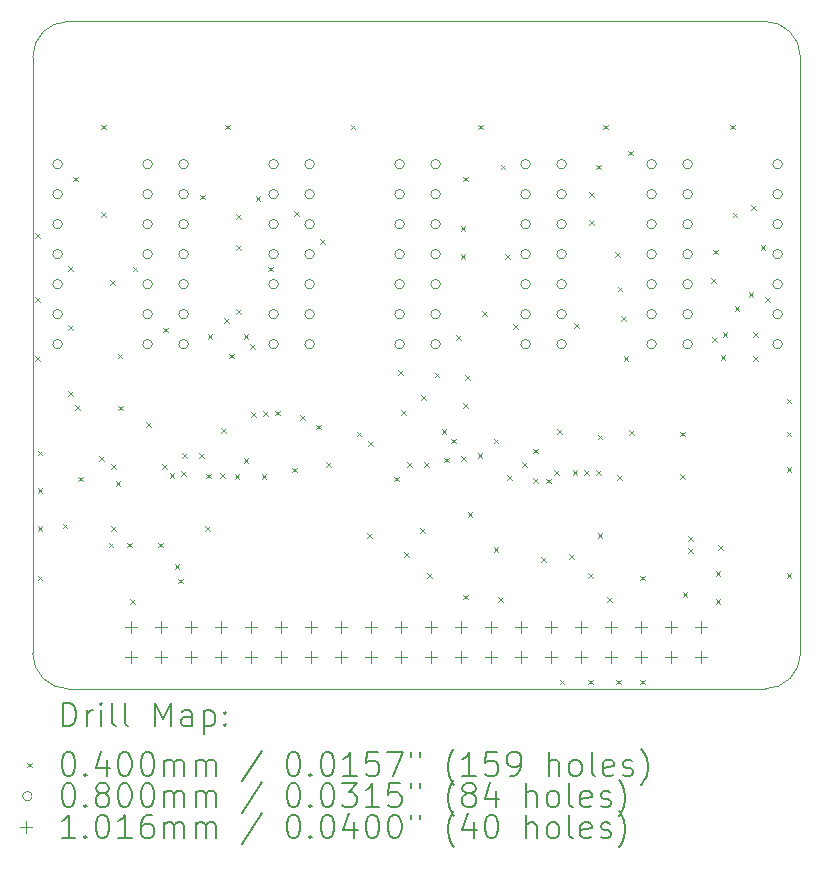
<source format=gbr>
%TF.GenerationSoftware,KiCad,Pcbnew,7.0.5*%
%TF.CreationDate,2023-07-27T22:46:46+03:00*%
%TF.ProjectId,ltp_kikad,6c74705f-6b69-46b6-9164-2e6b69636164,rev?*%
%TF.SameCoordinates,Original*%
%TF.FileFunction,Drillmap*%
%TF.FilePolarity,Positive*%
%FSLAX45Y45*%
G04 Gerber Fmt 4.5, Leading zero omitted, Abs format (unit mm)*
G04 Created by KiCad (PCBNEW 7.0.5) date 2023-07-27 22:46:46*
%MOMM*%
%LPD*%
G01*
G04 APERTURE LIST*
%ADD10C,0.100000*%
%ADD11C,0.200000*%
%ADD12C,0.040000*%
%ADD13C,0.080000*%
%ADD14C,0.101600*%
G04 APERTURE END LIST*
D10*
X18396680Y-7157220D02*
X18396680Y-5607220D01*
X18096680Y-10957220D02*
G75*
G03*
X18396680Y-10657220I0J300000D01*
G01*
X18396680Y-9057220D02*
X18396680Y-7157220D01*
X11896680Y-10657220D02*
G75*
G03*
X12196680Y-10957220I300000J0D01*
G01*
X18397020Y-10656360D02*
X18397020Y-9056360D01*
X18396680Y-5607220D02*
G75*
G03*
X18096680Y-5307220I-300000J0D01*
G01*
X12196680Y-5307220D02*
G75*
G03*
X11896680Y-5607220I0J-300000D01*
G01*
X18096680Y-5307220D02*
X12196680Y-5307220D01*
X18096680Y-10957220D02*
X12196680Y-10957220D01*
X11896680Y-10657220D02*
X11896680Y-5607220D01*
D11*
D12*
X11918700Y-7100000D02*
X11958700Y-7140000D01*
X11958700Y-7100000D02*
X11918700Y-7140000D01*
X11918700Y-7640000D02*
X11958700Y-7680000D01*
X11958700Y-7640000D02*
X11918700Y-7680000D01*
X11918700Y-8140000D02*
X11958700Y-8180000D01*
X11958700Y-8140000D02*
X11918700Y-8180000D01*
X11938700Y-8940000D02*
X11978700Y-8980000D01*
X11978700Y-8940000D02*
X11938700Y-8980000D01*
X11938700Y-9260000D02*
X11978700Y-9300000D01*
X11978700Y-9260000D02*
X11938700Y-9300000D01*
X11938700Y-9580000D02*
X11978700Y-9620000D01*
X11978700Y-9580000D02*
X11938700Y-9620000D01*
X11938700Y-10000000D02*
X11978700Y-10040000D01*
X11978700Y-10000000D02*
X11938700Y-10040000D01*
X12148890Y-9560000D02*
X12188890Y-9600000D01*
X12188890Y-9560000D02*
X12148890Y-9600000D01*
X12198700Y-7380000D02*
X12238700Y-7420000D01*
X12238700Y-7380000D02*
X12198700Y-7420000D01*
X12198700Y-7880000D02*
X12238700Y-7920000D01*
X12238700Y-7880000D02*
X12198700Y-7920000D01*
X12198700Y-8440000D02*
X12238700Y-8480000D01*
X12238700Y-8440000D02*
X12198700Y-8480000D01*
X12238700Y-6620000D02*
X12278700Y-6660000D01*
X12278700Y-6620000D02*
X12238700Y-6660000D01*
X12257200Y-8558433D02*
X12297200Y-8598433D01*
X12297200Y-8558433D02*
X12257200Y-8598433D01*
X12278700Y-9160000D02*
X12318700Y-9200000D01*
X12318700Y-9160000D02*
X12278700Y-9200000D01*
X12458700Y-8990148D02*
X12498700Y-9030148D01*
X12498700Y-8990148D02*
X12458700Y-9030148D01*
X12478700Y-6180000D02*
X12518700Y-6220000D01*
X12518700Y-6180000D02*
X12478700Y-6220000D01*
X12478700Y-6920000D02*
X12518700Y-6960000D01*
X12518700Y-6920000D02*
X12478700Y-6960000D01*
X12538700Y-9720000D02*
X12578700Y-9760000D01*
X12578700Y-9720000D02*
X12538700Y-9760000D01*
X12553550Y-7500000D02*
X12593550Y-7540000D01*
X12593550Y-7500000D02*
X12553550Y-7540000D01*
X12558700Y-9052450D02*
X12598700Y-9092450D01*
X12598700Y-9052450D02*
X12558700Y-9092450D01*
X12558700Y-9580000D02*
X12598700Y-9620000D01*
X12598700Y-9580000D02*
X12558700Y-9620000D01*
X12598700Y-9200000D02*
X12638700Y-9240000D01*
X12638700Y-9200000D02*
X12598700Y-9240000D01*
X12616500Y-8120700D02*
X12656500Y-8160700D01*
X12656500Y-8120700D02*
X12616500Y-8160700D01*
X12618700Y-8560000D02*
X12658700Y-8600000D01*
X12658700Y-8560000D02*
X12618700Y-8600000D01*
X12698700Y-9720000D02*
X12738700Y-9760000D01*
X12738700Y-9720000D02*
X12698700Y-9760000D01*
X12718700Y-10200000D02*
X12758700Y-10240000D01*
X12758700Y-10200000D02*
X12718700Y-10240000D01*
X12743500Y-7384100D02*
X12783500Y-7424100D01*
X12783500Y-7384100D02*
X12743500Y-7424100D01*
X12858700Y-8698710D02*
X12898700Y-8738710D01*
X12898700Y-8698710D02*
X12858700Y-8738710D01*
X12958700Y-9720000D02*
X12998700Y-9760000D01*
X12998700Y-9720000D02*
X12958700Y-9760000D01*
X12992520Y-9056252D02*
X13032520Y-9096252D01*
X13032520Y-9056252D02*
X12992520Y-9096252D01*
X12998700Y-7900000D02*
X13038700Y-7940000D01*
X13038700Y-7900000D02*
X12998700Y-7940000D01*
X13055655Y-9133738D02*
X13095655Y-9173738D01*
X13095655Y-9133738D02*
X13055655Y-9173738D01*
X13098700Y-9900000D02*
X13138700Y-9940000D01*
X13138700Y-9900000D02*
X13098700Y-9940000D01*
X13128190Y-10025460D02*
X13168190Y-10065460D01*
X13168190Y-10025460D02*
X13128190Y-10065460D01*
X13154099Y-9116449D02*
X13194099Y-9156449D01*
X13194099Y-9116449D02*
X13154099Y-9156449D01*
X13158700Y-8960000D02*
X13198700Y-9000000D01*
X13198700Y-8960000D02*
X13158700Y-9000000D01*
X13304545Y-8962410D02*
X13344545Y-9002410D01*
X13344545Y-8962410D02*
X13304545Y-9002410D01*
X13315000Y-6774500D02*
X13355000Y-6814500D01*
X13355000Y-6774500D02*
X13315000Y-6814500D01*
X13358700Y-9580000D02*
X13398700Y-9620000D01*
X13398700Y-9580000D02*
X13358700Y-9620000D01*
X13367615Y-9134885D02*
X13407615Y-9174885D01*
X13407615Y-9134885D02*
X13367615Y-9174885D01*
X13378500Y-7955600D02*
X13418500Y-7995600D01*
X13418500Y-7955600D02*
X13378500Y-7995600D01*
X13484070Y-9132690D02*
X13524070Y-9172690D01*
X13524070Y-9132690D02*
X13484070Y-9172690D01*
X13490070Y-8751970D02*
X13530070Y-8791970D01*
X13530070Y-8751970D02*
X13490070Y-8791970D01*
X13518700Y-7820000D02*
X13558700Y-7860000D01*
X13558700Y-7820000D02*
X13518700Y-7860000D01*
X13528700Y-6180000D02*
X13568700Y-6220000D01*
X13568700Y-6180000D02*
X13528700Y-6220000D01*
X13558700Y-8120000D02*
X13598700Y-8160000D01*
X13598700Y-8120000D02*
X13558700Y-8160000D01*
X13607100Y-9138437D02*
X13647100Y-9178437D01*
X13647100Y-9138437D02*
X13607100Y-9178437D01*
X13618700Y-6940000D02*
X13658700Y-6980000D01*
X13658700Y-6940000D02*
X13618700Y-6980000D01*
X13618700Y-7200000D02*
X13658700Y-7240000D01*
X13658700Y-7200000D02*
X13618700Y-7240000D01*
X13618700Y-7744810D02*
X13658700Y-7784810D01*
X13658700Y-7744810D02*
X13618700Y-7784810D01*
X13683216Y-7956864D02*
X13723216Y-7996864D01*
X13723216Y-7956864D02*
X13683216Y-7996864D01*
X13683300Y-9007050D02*
X13723300Y-9047050D01*
X13723300Y-9007050D02*
X13683300Y-9047050D01*
X13738700Y-8040000D02*
X13778700Y-8080000D01*
X13778700Y-8040000D02*
X13738700Y-8080000D01*
X13747660Y-8617390D02*
X13787660Y-8657390D01*
X13787660Y-8617390D02*
X13747660Y-8657390D01*
X13784900Y-6783400D02*
X13824900Y-6823400D01*
X13824900Y-6783400D02*
X13784900Y-6823400D01*
X13835700Y-9142050D02*
X13875700Y-9182050D01*
X13875700Y-9142050D02*
X13835700Y-9182050D01*
X13847569Y-8608710D02*
X13887569Y-8648710D01*
X13887569Y-8608710D02*
X13847569Y-8648710D01*
X13891050Y-7383860D02*
X13931050Y-7423860D01*
X13931050Y-7383860D02*
X13891050Y-7423860D01*
X13947338Y-8602695D02*
X13987338Y-8642695D01*
X13987338Y-8602695D02*
X13947338Y-8642695D01*
X14090145Y-9085455D02*
X14130145Y-9125455D01*
X14130145Y-9085455D02*
X14090145Y-9125455D01*
X14108539Y-6912087D02*
X14148539Y-6952087D01*
X14148539Y-6912087D02*
X14108539Y-6952087D01*
X14158700Y-8640000D02*
X14198700Y-8680000D01*
X14198700Y-8640000D02*
X14158700Y-8680000D01*
X14298700Y-8720000D02*
X14338700Y-8760000D01*
X14338700Y-8720000D02*
X14298700Y-8760000D01*
X14329930Y-7151230D02*
X14369930Y-7191230D01*
X14369930Y-7151230D02*
X14329930Y-7191230D01*
X14378700Y-9040000D02*
X14418700Y-9080000D01*
X14418700Y-9040000D02*
X14378700Y-9080000D01*
X14588700Y-6180000D02*
X14628700Y-6220000D01*
X14628700Y-6180000D02*
X14588700Y-6220000D01*
X14638700Y-8780000D02*
X14678700Y-8820000D01*
X14678700Y-8780000D02*
X14638700Y-8820000D01*
X14727970Y-9637080D02*
X14767970Y-9677080D01*
X14767970Y-9637080D02*
X14727970Y-9677080D01*
X14738700Y-8862150D02*
X14778700Y-8902150D01*
X14778700Y-8862150D02*
X14738700Y-8902150D01*
X14958700Y-9160000D02*
X14998700Y-9200000D01*
X14998700Y-9160000D02*
X14958700Y-9200000D01*
X14990160Y-8259160D02*
X15030160Y-8299160D01*
X15030160Y-8259160D02*
X14990160Y-8299160D01*
X15018700Y-8600000D02*
X15058700Y-8640000D01*
X15058700Y-8600000D02*
X15018700Y-8640000D01*
X15038700Y-9800000D02*
X15078700Y-9840000D01*
X15078700Y-9800000D02*
X15038700Y-9840000D01*
X15066250Y-9040000D02*
X15106250Y-9080000D01*
X15106250Y-9040000D02*
X15066250Y-9080000D01*
X15178700Y-9600000D02*
X15218700Y-9640000D01*
X15218700Y-9600000D02*
X15178700Y-9640000D01*
X15187700Y-8473000D02*
X15227700Y-8513000D01*
X15227700Y-8473000D02*
X15187700Y-8513000D01*
X15211150Y-9040000D02*
X15251150Y-9080000D01*
X15251150Y-9040000D02*
X15211150Y-9080000D01*
X15238700Y-9980000D02*
X15278700Y-10020000D01*
X15278700Y-9980000D02*
X15238700Y-10020000D01*
X15298700Y-8280000D02*
X15338700Y-8320000D01*
X15338700Y-8280000D02*
X15298700Y-8320000D01*
X15358386Y-8760314D02*
X15398386Y-8800314D01*
X15398386Y-8760314D02*
X15358386Y-8800314D01*
X15378700Y-9000000D02*
X15418700Y-9040000D01*
X15418700Y-9000000D02*
X15378700Y-9040000D01*
X15438386Y-8840314D02*
X15478386Y-8880314D01*
X15478386Y-8840314D02*
X15438386Y-8880314D01*
X15478700Y-7960000D02*
X15518700Y-8000000D01*
X15518700Y-7960000D02*
X15478700Y-8000000D01*
X15518700Y-7040000D02*
X15558700Y-7080000D01*
X15558700Y-7040000D02*
X15518700Y-7080000D01*
X15518700Y-7280000D02*
X15558700Y-7320000D01*
X15558700Y-7280000D02*
X15518700Y-7320000D01*
X15525271Y-8990025D02*
X15565271Y-9030025D01*
X15565271Y-8990025D02*
X15525271Y-9030025D01*
X15538700Y-6620000D02*
X15578700Y-6660000D01*
X15578700Y-6620000D02*
X15538700Y-6660000D01*
X15538700Y-8540000D02*
X15578700Y-8580000D01*
X15578700Y-8540000D02*
X15538700Y-8580000D01*
X15538700Y-10160000D02*
X15578700Y-10200000D01*
X15578700Y-10160000D02*
X15538700Y-10200000D01*
X15558700Y-8300000D02*
X15598700Y-8340000D01*
X15598700Y-8300000D02*
X15558700Y-8340000D01*
X15578700Y-9460000D02*
X15618700Y-9500000D01*
X15618700Y-9460000D02*
X15578700Y-9500000D01*
X15662665Y-8962134D02*
X15702665Y-9002134D01*
X15702665Y-8962134D02*
X15662665Y-9002134D01*
X15668700Y-6180000D02*
X15708700Y-6220000D01*
X15708700Y-6180000D02*
X15668700Y-6220000D01*
X15698700Y-7760000D02*
X15738700Y-7800000D01*
X15738700Y-7760000D02*
X15698700Y-7800000D01*
X15798700Y-8840000D02*
X15838700Y-8880000D01*
X15838700Y-8840000D02*
X15798700Y-8880000D01*
X15798700Y-9760000D02*
X15838700Y-9800000D01*
X15838700Y-9760000D02*
X15798700Y-9800000D01*
X15838700Y-10180000D02*
X15878700Y-10220000D01*
X15878700Y-10180000D02*
X15838700Y-10220000D01*
X15858700Y-6520000D02*
X15898700Y-6560000D01*
X15898700Y-6520000D02*
X15858700Y-6560000D01*
X15898700Y-7280000D02*
X15938700Y-7320000D01*
X15938700Y-7280000D02*
X15898700Y-7320000D01*
X15913890Y-9149400D02*
X15953890Y-9189400D01*
X15953890Y-9149400D02*
X15913890Y-9189400D01*
X15963598Y-7871177D02*
X16003598Y-7911177D01*
X16003598Y-7871177D02*
X15963598Y-7911177D01*
X16038700Y-9040000D02*
X16078700Y-9080000D01*
X16078700Y-9040000D02*
X16038700Y-9080000D01*
X16134400Y-9174800D02*
X16174400Y-9214800D01*
X16174400Y-9174800D02*
X16134400Y-9214800D01*
X16135650Y-8923050D02*
X16175650Y-8963050D01*
X16175650Y-8923050D02*
X16135650Y-8963050D01*
X16198700Y-9840000D02*
X16238700Y-9880000D01*
X16238700Y-9840000D02*
X16198700Y-9880000D01*
X16241440Y-9178842D02*
X16281440Y-9218842D01*
X16281440Y-9178842D02*
X16241440Y-9218842D01*
X16313890Y-9106110D02*
X16353890Y-9146110D01*
X16353890Y-9106110D02*
X16313890Y-9146110D01*
X16338700Y-8760000D02*
X16378700Y-8800000D01*
X16378700Y-8760000D02*
X16338700Y-8800000D01*
X16358700Y-10880000D02*
X16398700Y-10920000D01*
X16398700Y-10880000D02*
X16358700Y-10920000D01*
X16438700Y-9820000D02*
X16478700Y-9860000D01*
X16478700Y-9820000D02*
X16438700Y-9860000D01*
X16467940Y-9106110D02*
X16507940Y-9146110D01*
X16507940Y-9106110D02*
X16467940Y-9146110D01*
X16478700Y-7860000D02*
X16518700Y-7900000D01*
X16518700Y-7860000D02*
X16478700Y-7900000D01*
X16567890Y-9106110D02*
X16607890Y-9146110D01*
X16607890Y-9106110D02*
X16567890Y-9146110D01*
X16598700Y-9980000D02*
X16638700Y-10020000D01*
X16638700Y-9980000D02*
X16598700Y-10020000D01*
X16598700Y-10880000D02*
X16638700Y-10920000D01*
X16638700Y-10880000D02*
X16598700Y-10920000D01*
X16608700Y-6750000D02*
X16648700Y-6790000D01*
X16648700Y-6750000D02*
X16608700Y-6790000D01*
X16608700Y-6990000D02*
X16648700Y-7030000D01*
X16648700Y-6990000D02*
X16608700Y-7030000D01*
X16667800Y-6520500D02*
X16707800Y-6560500D01*
X16707800Y-6520500D02*
X16667800Y-6560500D01*
X16667840Y-9106110D02*
X16707840Y-9146110D01*
X16707840Y-9106110D02*
X16667840Y-9146110D01*
X16678700Y-8805600D02*
X16718700Y-8845600D01*
X16718700Y-8805600D02*
X16678700Y-8845600D01*
X16678700Y-9640000D02*
X16718700Y-9680000D01*
X16718700Y-9640000D02*
X16678700Y-9680000D01*
X16728700Y-6180000D02*
X16768700Y-6220000D01*
X16768700Y-6180000D02*
X16728700Y-6220000D01*
X16758700Y-10180000D02*
X16798700Y-10220000D01*
X16798700Y-10180000D02*
X16758700Y-10220000D01*
X16828700Y-7260000D02*
X16868700Y-7300000D01*
X16868700Y-7260000D02*
X16828700Y-7300000D01*
X16838700Y-10880000D02*
X16878700Y-10920000D01*
X16878700Y-10880000D02*
X16838700Y-10920000D01*
X16844530Y-9145830D02*
X16884530Y-9185830D01*
X16884530Y-9145830D02*
X16844530Y-9185830D01*
X16848310Y-7552710D02*
X16888310Y-7592710D01*
X16888310Y-7552710D02*
X16848310Y-7592710D01*
X16878700Y-7800000D02*
X16918700Y-7840000D01*
X16918700Y-7800000D02*
X16878700Y-7840000D01*
X16898700Y-8140000D02*
X16938700Y-8180000D01*
X16938700Y-8140000D02*
X16898700Y-8180000D01*
X16938700Y-6400000D02*
X16978700Y-6440000D01*
X16978700Y-6400000D02*
X16938700Y-6440000D01*
X16948700Y-8770000D02*
X16988700Y-8810000D01*
X16988700Y-8770000D02*
X16948700Y-8810000D01*
X17038700Y-10000000D02*
X17078700Y-10040000D01*
X17078700Y-10000000D02*
X17038700Y-10040000D01*
X17038700Y-10880000D02*
X17078700Y-10920000D01*
X17078700Y-10880000D02*
X17038700Y-10920000D01*
X17378700Y-8780000D02*
X17418700Y-8820000D01*
X17418700Y-8780000D02*
X17378700Y-8820000D01*
X17378700Y-9140000D02*
X17418700Y-9180000D01*
X17418700Y-9140000D02*
X17378700Y-9180000D01*
X17398700Y-10140000D02*
X17438700Y-10180000D01*
X17438700Y-10140000D02*
X17398700Y-10180000D01*
X17447343Y-9665345D02*
X17487343Y-9705345D01*
X17487343Y-9665345D02*
X17447343Y-9705345D01*
X17448750Y-9766397D02*
X17488750Y-9806397D01*
X17488750Y-9766397D02*
X17448750Y-9806397D01*
X17638700Y-7480000D02*
X17678700Y-7520000D01*
X17678700Y-7480000D02*
X17638700Y-7520000D01*
X17647714Y-7981106D02*
X17687714Y-8021106D01*
X17687714Y-7981106D02*
X17647714Y-8021106D01*
X17658700Y-7240000D02*
X17698700Y-7280000D01*
X17698700Y-7240000D02*
X17658700Y-7280000D01*
X17678700Y-9960000D02*
X17718700Y-10000000D01*
X17718700Y-9960000D02*
X17678700Y-10000000D01*
X17678700Y-10200000D02*
X17718700Y-10240000D01*
X17718700Y-10200000D02*
X17678700Y-10240000D01*
X17698700Y-9740000D02*
X17738700Y-9780000D01*
X17738700Y-9740000D02*
X17698700Y-9780000D01*
X17720200Y-8130092D02*
X17760200Y-8170092D01*
X17760200Y-8130092D02*
X17720200Y-8170092D01*
X17737522Y-7937185D02*
X17777522Y-7977185D01*
X17777522Y-7937185D02*
X17737522Y-7977185D01*
X17798700Y-6180000D02*
X17838700Y-6220000D01*
X17838700Y-6180000D02*
X17798700Y-6220000D01*
X17823500Y-6926900D02*
X17863500Y-6966900D01*
X17863500Y-6926900D02*
X17823500Y-6966900D01*
X17838700Y-7720000D02*
X17878700Y-7760000D01*
X17878700Y-7720000D02*
X17838700Y-7760000D01*
X17958700Y-7600000D02*
X17998700Y-7640000D01*
X17998700Y-7600000D02*
X17958700Y-7640000D01*
X17978700Y-6860000D02*
X18018700Y-6900000D01*
X18018700Y-6860000D02*
X17978700Y-6900000D01*
X17998700Y-7940000D02*
X18038700Y-7980000D01*
X18038700Y-7940000D02*
X17998700Y-7980000D01*
X17998700Y-8140000D02*
X18038700Y-8180000D01*
X18038700Y-8140000D02*
X17998700Y-8180000D01*
X18058700Y-7200000D02*
X18098700Y-7240000D01*
X18098700Y-7200000D02*
X18058700Y-7240000D01*
X18098700Y-7640000D02*
X18138700Y-7680000D01*
X18138700Y-7640000D02*
X18098700Y-7680000D01*
X18278700Y-8500000D02*
X18318700Y-8540000D01*
X18318700Y-8500000D02*
X18278700Y-8540000D01*
X18278700Y-8780000D02*
X18318700Y-8820000D01*
X18318700Y-8780000D02*
X18278700Y-8820000D01*
X18278700Y-9080000D02*
X18318700Y-9120000D01*
X18318700Y-9080000D02*
X18278700Y-9120000D01*
X18278700Y-9980000D02*
X18318700Y-10020000D01*
X18318700Y-9980000D02*
X18278700Y-10020000D01*
D13*
X12146790Y-6514860D02*
G75*
G03*
X12146790Y-6514860I-40000J0D01*
G01*
X12146790Y-6768860D02*
G75*
G03*
X12146790Y-6768860I-40000J0D01*
G01*
X12146790Y-7022860D02*
G75*
G03*
X12146790Y-7022860I-40000J0D01*
G01*
X12146790Y-7276860D02*
G75*
G03*
X12146790Y-7276860I-40000J0D01*
G01*
X12146790Y-7530860D02*
G75*
G03*
X12146790Y-7530860I-40000J0D01*
G01*
X12146790Y-7784860D02*
G75*
G03*
X12146790Y-7784860I-40000J0D01*
G01*
X12146790Y-8038860D02*
G75*
G03*
X12146790Y-8038860I-40000J0D01*
G01*
X12908790Y-6514860D02*
G75*
G03*
X12908790Y-6514860I-40000J0D01*
G01*
X12908790Y-6768860D02*
G75*
G03*
X12908790Y-6768860I-40000J0D01*
G01*
X12908790Y-7022860D02*
G75*
G03*
X12908790Y-7022860I-40000J0D01*
G01*
X12908790Y-7276860D02*
G75*
G03*
X12908790Y-7276860I-40000J0D01*
G01*
X12908790Y-7530860D02*
G75*
G03*
X12908790Y-7530860I-40000J0D01*
G01*
X12908790Y-7784860D02*
G75*
G03*
X12908790Y-7784860I-40000J0D01*
G01*
X12908790Y-8038860D02*
G75*
G03*
X12908790Y-8038860I-40000J0D01*
G01*
X13213590Y-6514860D02*
G75*
G03*
X13213590Y-6514860I-40000J0D01*
G01*
X13213590Y-6768860D02*
G75*
G03*
X13213590Y-6768860I-40000J0D01*
G01*
X13213590Y-7022860D02*
G75*
G03*
X13213590Y-7022860I-40000J0D01*
G01*
X13213590Y-7276860D02*
G75*
G03*
X13213590Y-7276860I-40000J0D01*
G01*
X13213590Y-7530860D02*
G75*
G03*
X13213590Y-7530860I-40000J0D01*
G01*
X13213590Y-7784860D02*
G75*
G03*
X13213590Y-7784860I-40000J0D01*
G01*
X13213590Y-8038860D02*
G75*
G03*
X13213590Y-8038860I-40000J0D01*
G01*
X13975590Y-6514860D02*
G75*
G03*
X13975590Y-6514860I-40000J0D01*
G01*
X13975590Y-6768860D02*
G75*
G03*
X13975590Y-6768860I-40000J0D01*
G01*
X13975590Y-7022860D02*
G75*
G03*
X13975590Y-7022860I-40000J0D01*
G01*
X13975590Y-7276860D02*
G75*
G03*
X13975590Y-7276860I-40000J0D01*
G01*
X13975590Y-7530860D02*
G75*
G03*
X13975590Y-7530860I-40000J0D01*
G01*
X13975590Y-7784860D02*
G75*
G03*
X13975590Y-7784860I-40000J0D01*
G01*
X13975590Y-8038860D02*
G75*
G03*
X13975590Y-8038860I-40000J0D01*
G01*
X14280390Y-6514860D02*
G75*
G03*
X14280390Y-6514860I-40000J0D01*
G01*
X14280390Y-6768860D02*
G75*
G03*
X14280390Y-6768860I-40000J0D01*
G01*
X14280390Y-7022860D02*
G75*
G03*
X14280390Y-7022860I-40000J0D01*
G01*
X14280390Y-7276860D02*
G75*
G03*
X14280390Y-7276860I-40000J0D01*
G01*
X14280390Y-7530860D02*
G75*
G03*
X14280390Y-7530860I-40000J0D01*
G01*
X14280390Y-7784860D02*
G75*
G03*
X14280390Y-7784860I-40000J0D01*
G01*
X14280390Y-8038860D02*
G75*
G03*
X14280390Y-8038860I-40000J0D01*
G01*
X15042390Y-6514860D02*
G75*
G03*
X15042390Y-6514860I-40000J0D01*
G01*
X15042390Y-6768860D02*
G75*
G03*
X15042390Y-6768860I-40000J0D01*
G01*
X15042390Y-7022860D02*
G75*
G03*
X15042390Y-7022860I-40000J0D01*
G01*
X15042390Y-7276860D02*
G75*
G03*
X15042390Y-7276860I-40000J0D01*
G01*
X15042390Y-7530860D02*
G75*
G03*
X15042390Y-7530860I-40000J0D01*
G01*
X15042390Y-7784860D02*
G75*
G03*
X15042390Y-7784860I-40000J0D01*
G01*
X15042390Y-8038860D02*
G75*
G03*
X15042390Y-8038860I-40000J0D01*
G01*
X15347190Y-6514860D02*
G75*
G03*
X15347190Y-6514860I-40000J0D01*
G01*
X15347190Y-6768860D02*
G75*
G03*
X15347190Y-6768860I-40000J0D01*
G01*
X15347190Y-7022860D02*
G75*
G03*
X15347190Y-7022860I-40000J0D01*
G01*
X15347190Y-7276860D02*
G75*
G03*
X15347190Y-7276860I-40000J0D01*
G01*
X15347190Y-7530860D02*
G75*
G03*
X15347190Y-7530860I-40000J0D01*
G01*
X15347190Y-7784860D02*
G75*
G03*
X15347190Y-7784860I-40000J0D01*
G01*
X15347190Y-8038860D02*
G75*
G03*
X15347190Y-8038860I-40000J0D01*
G01*
X16109190Y-6514860D02*
G75*
G03*
X16109190Y-6514860I-40000J0D01*
G01*
X16109190Y-6768860D02*
G75*
G03*
X16109190Y-6768860I-40000J0D01*
G01*
X16109190Y-7022860D02*
G75*
G03*
X16109190Y-7022860I-40000J0D01*
G01*
X16109190Y-7276860D02*
G75*
G03*
X16109190Y-7276860I-40000J0D01*
G01*
X16109190Y-7530860D02*
G75*
G03*
X16109190Y-7530860I-40000J0D01*
G01*
X16109190Y-7784860D02*
G75*
G03*
X16109190Y-7784860I-40000J0D01*
G01*
X16109190Y-8038860D02*
G75*
G03*
X16109190Y-8038860I-40000J0D01*
G01*
X16413990Y-6514860D02*
G75*
G03*
X16413990Y-6514860I-40000J0D01*
G01*
X16413990Y-6768860D02*
G75*
G03*
X16413990Y-6768860I-40000J0D01*
G01*
X16413990Y-7022860D02*
G75*
G03*
X16413990Y-7022860I-40000J0D01*
G01*
X16413990Y-7276860D02*
G75*
G03*
X16413990Y-7276860I-40000J0D01*
G01*
X16413990Y-7530860D02*
G75*
G03*
X16413990Y-7530860I-40000J0D01*
G01*
X16413990Y-7784860D02*
G75*
G03*
X16413990Y-7784860I-40000J0D01*
G01*
X16413990Y-8038860D02*
G75*
G03*
X16413990Y-8038860I-40000J0D01*
G01*
X17175990Y-6514860D02*
G75*
G03*
X17175990Y-6514860I-40000J0D01*
G01*
X17175990Y-6768860D02*
G75*
G03*
X17175990Y-6768860I-40000J0D01*
G01*
X17175990Y-7022860D02*
G75*
G03*
X17175990Y-7022860I-40000J0D01*
G01*
X17175990Y-7276860D02*
G75*
G03*
X17175990Y-7276860I-40000J0D01*
G01*
X17175990Y-7530860D02*
G75*
G03*
X17175990Y-7530860I-40000J0D01*
G01*
X17175990Y-7784860D02*
G75*
G03*
X17175990Y-7784860I-40000J0D01*
G01*
X17175990Y-8038860D02*
G75*
G03*
X17175990Y-8038860I-40000J0D01*
G01*
X17480790Y-6515100D02*
G75*
G03*
X17480790Y-6515100I-40000J0D01*
G01*
X17480790Y-6769100D02*
G75*
G03*
X17480790Y-6769100I-40000J0D01*
G01*
X17480790Y-7023100D02*
G75*
G03*
X17480790Y-7023100I-40000J0D01*
G01*
X17480790Y-7277100D02*
G75*
G03*
X17480790Y-7277100I-40000J0D01*
G01*
X17480790Y-7531100D02*
G75*
G03*
X17480790Y-7531100I-40000J0D01*
G01*
X17480790Y-7785100D02*
G75*
G03*
X17480790Y-7785100I-40000J0D01*
G01*
X17480790Y-8039100D02*
G75*
G03*
X17480790Y-8039100I-40000J0D01*
G01*
X18242790Y-6515100D02*
G75*
G03*
X18242790Y-6515100I-40000J0D01*
G01*
X18242790Y-6769100D02*
G75*
G03*
X18242790Y-6769100I-40000J0D01*
G01*
X18242790Y-7023100D02*
G75*
G03*
X18242790Y-7023100I-40000J0D01*
G01*
X18242790Y-7277100D02*
G75*
G03*
X18242790Y-7277100I-40000J0D01*
G01*
X18242790Y-7531100D02*
G75*
G03*
X18242790Y-7531100I-40000J0D01*
G01*
X18242790Y-7785100D02*
G75*
G03*
X18242790Y-7785100I-40000J0D01*
G01*
X18242790Y-8039100D02*
G75*
G03*
X18242790Y-8039100I-40000J0D01*
G01*
D14*
X12732000Y-10379200D02*
X12732000Y-10480800D01*
X12681200Y-10430000D02*
X12782800Y-10430000D01*
X12732000Y-10633200D02*
X12732000Y-10734800D01*
X12681200Y-10684000D02*
X12782800Y-10684000D01*
X12986000Y-10379200D02*
X12986000Y-10480800D01*
X12935200Y-10430000D02*
X13036800Y-10430000D01*
X12986000Y-10633200D02*
X12986000Y-10734800D01*
X12935200Y-10684000D02*
X13036800Y-10684000D01*
X13240000Y-10379200D02*
X13240000Y-10480800D01*
X13189200Y-10430000D02*
X13290800Y-10430000D01*
X13240000Y-10633200D02*
X13240000Y-10734800D01*
X13189200Y-10684000D02*
X13290800Y-10684000D01*
X13494000Y-10379200D02*
X13494000Y-10480800D01*
X13443200Y-10430000D02*
X13544800Y-10430000D01*
X13494000Y-10633200D02*
X13494000Y-10734800D01*
X13443200Y-10684000D02*
X13544800Y-10684000D01*
X13748000Y-10379200D02*
X13748000Y-10480800D01*
X13697200Y-10430000D02*
X13798800Y-10430000D01*
X13748000Y-10633200D02*
X13748000Y-10734800D01*
X13697200Y-10684000D02*
X13798800Y-10684000D01*
X14002000Y-10379200D02*
X14002000Y-10480800D01*
X13951200Y-10430000D02*
X14052800Y-10430000D01*
X14002000Y-10633200D02*
X14002000Y-10734800D01*
X13951200Y-10684000D02*
X14052800Y-10684000D01*
X14256000Y-10379200D02*
X14256000Y-10480800D01*
X14205200Y-10430000D02*
X14306800Y-10430000D01*
X14256000Y-10633200D02*
X14256000Y-10734800D01*
X14205200Y-10684000D02*
X14306800Y-10684000D01*
X14510000Y-10379200D02*
X14510000Y-10480800D01*
X14459200Y-10430000D02*
X14560800Y-10430000D01*
X14510000Y-10633200D02*
X14510000Y-10734800D01*
X14459200Y-10684000D02*
X14560800Y-10684000D01*
X14764000Y-10379200D02*
X14764000Y-10480800D01*
X14713200Y-10430000D02*
X14814800Y-10430000D01*
X14764000Y-10633200D02*
X14764000Y-10734800D01*
X14713200Y-10684000D02*
X14814800Y-10684000D01*
X15018000Y-10379200D02*
X15018000Y-10480800D01*
X14967200Y-10430000D02*
X15068800Y-10430000D01*
X15018000Y-10633200D02*
X15018000Y-10734800D01*
X14967200Y-10684000D02*
X15068800Y-10684000D01*
X15272000Y-10379200D02*
X15272000Y-10480800D01*
X15221200Y-10430000D02*
X15322800Y-10430000D01*
X15272000Y-10633200D02*
X15272000Y-10734800D01*
X15221200Y-10684000D02*
X15322800Y-10684000D01*
X15526000Y-10379200D02*
X15526000Y-10480800D01*
X15475200Y-10430000D02*
X15576800Y-10430000D01*
X15526000Y-10633200D02*
X15526000Y-10734800D01*
X15475200Y-10684000D02*
X15576800Y-10684000D01*
X15780000Y-10379200D02*
X15780000Y-10480800D01*
X15729200Y-10430000D02*
X15830800Y-10430000D01*
X15780000Y-10633200D02*
X15780000Y-10734800D01*
X15729200Y-10684000D02*
X15830800Y-10684000D01*
X16034000Y-10379200D02*
X16034000Y-10480800D01*
X15983200Y-10430000D02*
X16084800Y-10430000D01*
X16034000Y-10633200D02*
X16034000Y-10734800D01*
X15983200Y-10684000D02*
X16084800Y-10684000D01*
X16288000Y-10379200D02*
X16288000Y-10480800D01*
X16237200Y-10430000D02*
X16338800Y-10430000D01*
X16288000Y-10633200D02*
X16288000Y-10734800D01*
X16237200Y-10684000D02*
X16338800Y-10684000D01*
X16542000Y-10379200D02*
X16542000Y-10480800D01*
X16491200Y-10430000D02*
X16592800Y-10430000D01*
X16542000Y-10633200D02*
X16542000Y-10734800D01*
X16491200Y-10684000D02*
X16592800Y-10684000D01*
X16796000Y-10379200D02*
X16796000Y-10480800D01*
X16745200Y-10430000D02*
X16846800Y-10430000D01*
X16796000Y-10633200D02*
X16796000Y-10734800D01*
X16745200Y-10684000D02*
X16846800Y-10684000D01*
X17050000Y-10379200D02*
X17050000Y-10480800D01*
X16999200Y-10430000D02*
X17100800Y-10430000D01*
X17050000Y-10633200D02*
X17050000Y-10734800D01*
X16999200Y-10684000D02*
X17100800Y-10684000D01*
X17304000Y-10379200D02*
X17304000Y-10480800D01*
X17253200Y-10430000D02*
X17354800Y-10430000D01*
X17304000Y-10633200D02*
X17304000Y-10734800D01*
X17253200Y-10684000D02*
X17354800Y-10684000D01*
X17558000Y-10379200D02*
X17558000Y-10480800D01*
X17507200Y-10430000D02*
X17608800Y-10430000D01*
X17558000Y-10633200D02*
X17558000Y-10734800D01*
X17507200Y-10684000D02*
X17608800Y-10684000D01*
D11*
X12152457Y-11273704D02*
X12152457Y-11073704D01*
X12152457Y-11073704D02*
X12200076Y-11073704D01*
X12200076Y-11073704D02*
X12228647Y-11083228D01*
X12228647Y-11083228D02*
X12247695Y-11102275D01*
X12247695Y-11102275D02*
X12257219Y-11121323D01*
X12257219Y-11121323D02*
X12266742Y-11159418D01*
X12266742Y-11159418D02*
X12266742Y-11187989D01*
X12266742Y-11187989D02*
X12257219Y-11226085D01*
X12257219Y-11226085D02*
X12247695Y-11245132D01*
X12247695Y-11245132D02*
X12228647Y-11264180D01*
X12228647Y-11264180D02*
X12200076Y-11273704D01*
X12200076Y-11273704D02*
X12152457Y-11273704D01*
X12352457Y-11273704D02*
X12352457Y-11140370D01*
X12352457Y-11178466D02*
X12361981Y-11159418D01*
X12361981Y-11159418D02*
X12371504Y-11149894D01*
X12371504Y-11149894D02*
X12390552Y-11140370D01*
X12390552Y-11140370D02*
X12409600Y-11140370D01*
X12476266Y-11273704D02*
X12476266Y-11140370D01*
X12476266Y-11073704D02*
X12466742Y-11083228D01*
X12466742Y-11083228D02*
X12476266Y-11092751D01*
X12476266Y-11092751D02*
X12485790Y-11083228D01*
X12485790Y-11083228D02*
X12476266Y-11073704D01*
X12476266Y-11073704D02*
X12476266Y-11092751D01*
X12600076Y-11273704D02*
X12581028Y-11264180D01*
X12581028Y-11264180D02*
X12571504Y-11245132D01*
X12571504Y-11245132D02*
X12571504Y-11073704D01*
X12704838Y-11273704D02*
X12685790Y-11264180D01*
X12685790Y-11264180D02*
X12676266Y-11245132D01*
X12676266Y-11245132D02*
X12676266Y-11073704D01*
X12933409Y-11273704D02*
X12933409Y-11073704D01*
X12933409Y-11073704D02*
X13000076Y-11216561D01*
X13000076Y-11216561D02*
X13066742Y-11073704D01*
X13066742Y-11073704D02*
X13066742Y-11273704D01*
X13247695Y-11273704D02*
X13247695Y-11168942D01*
X13247695Y-11168942D02*
X13238171Y-11149894D01*
X13238171Y-11149894D02*
X13219123Y-11140370D01*
X13219123Y-11140370D02*
X13181028Y-11140370D01*
X13181028Y-11140370D02*
X13161981Y-11149894D01*
X13247695Y-11264180D02*
X13228647Y-11273704D01*
X13228647Y-11273704D02*
X13181028Y-11273704D01*
X13181028Y-11273704D02*
X13161981Y-11264180D01*
X13161981Y-11264180D02*
X13152457Y-11245132D01*
X13152457Y-11245132D02*
X13152457Y-11226085D01*
X13152457Y-11226085D02*
X13161981Y-11207037D01*
X13161981Y-11207037D02*
X13181028Y-11197513D01*
X13181028Y-11197513D02*
X13228647Y-11197513D01*
X13228647Y-11197513D02*
X13247695Y-11187989D01*
X13342933Y-11140370D02*
X13342933Y-11340370D01*
X13342933Y-11149894D02*
X13361981Y-11140370D01*
X13361981Y-11140370D02*
X13400076Y-11140370D01*
X13400076Y-11140370D02*
X13419123Y-11149894D01*
X13419123Y-11149894D02*
X13428647Y-11159418D01*
X13428647Y-11159418D02*
X13438171Y-11178466D01*
X13438171Y-11178466D02*
X13438171Y-11235608D01*
X13438171Y-11235608D02*
X13428647Y-11254656D01*
X13428647Y-11254656D02*
X13419123Y-11264180D01*
X13419123Y-11264180D02*
X13400076Y-11273704D01*
X13400076Y-11273704D02*
X13361981Y-11273704D01*
X13361981Y-11273704D02*
X13342933Y-11264180D01*
X13523885Y-11254656D02*
X13533409Y-11264180D01*
X13533409Y-11264180D02*
X13523885Y-11273704D01*
X13523885Y-11273704D02*
X13514362Y-11264180D01*
X13514362Y-11264180D02*
X13523885Y-11254656D01*
X13523885Y-11254656D02*
X13523885Y-11273704D01*
X13523885Y-11149894D02*
X13533409Y-11159418D01*
X13533409Y-11159418D02*
X13523885Y-11168942D01*
X13523885Y-11168942D02*
X13514362Y-11159418D01*
X13514362Y-11159418D02*
X13523885Y-11149894D01*
X13523885Y-11149894D02*
X13523885Y-11168942D01*
D12*
X11851680Y-11582220D02*
X11891680Y-11622220D01*
X11891680Y-11582220D02*
X11851680Y-11622220D01*
D11*
X12190552Y-11493704D02*
X12209600Y-11493704D01*
X12209600Y-11493704D02*
X12228647Y-11503228D01*
X12228647Y-11503228D02*
X12238171Y-11512751D01*
X12238171Y-11512751D02*
X12247695Y-11531799D01*
X12247695Y-11531799D02*
X12257219Y-11569894D01*
X12257219Y-11569894D02*
X12257219Y-11617513D01*
X12257219Y-11617513D02*
X12247695Y-11655608D01*
X12247695Y-11655608D02*
X12238171Y-11674656D01*
X12238171Y-11674656D02*
X12228647Y-11684180D01*
X12228647Y-11684180D02*
X12209600Y-11693704D01*
X12209600Y-11693704D02*
X12190552Y-11693704D01*
X12190552Y-11693704D02*
X12171504Y-11684180D01*
X12171504Y-11684180D02*
X12161981Y-11674656D01*
X12161981Y-11674656D02*
X12152457Y-11655608D01*
X12152457Y-11655608D02*
X12142933Y-11617513D01*
X12142933Y-11617513D02*
X12142933Y-11569894D01*
X12142933Y-11569894D02*
X12152457Y-11531799D01*
X12152457Y-11531799D02*
X12161981Y-11512751D01*
X12161981Y-11512751D02*
X12171504Y-11503228D01*
X12171504Y-11503228D02*
X12190552Y-11493704D01*
X12342933Y-11674656D02*
X12352457Y-11684180D01*
X12352457Y-11684180D02*
X12342933Y-11693704D01*
X12342933Y-11693704D02*
X12333409Y-11684180D01*
X12333409Y-11684180D02*
X12342933Y-11674656D01*
X12342933Y-11674656D02*
X12342933Y-11693704D01*
X12523885Y-11560370D02*
X12523885Y-11693704D01*
X12476266Y-11484180D02*
X12428647Y-11627037D01*
X12428647Y-11627037D02*
X12552457Y-11627037D01*
X12666742Y-11493704D02*
X12685790Y-11493704D01*
X12685790Y-11493704D02*
X12704838Y-11503228D01*
X12704838Y-11503228D02*
X12714362Y-11512751D01*
X12714362Y-11512751D02*
X12723885Y-11531799D01*
X12723885Y-11531799D02*
X12733409Y-11569894D01*
X12733409Y-11569894D02*
X12733409Y-11617513D01*
X12733409Y-11617513D02*
X12723885Y-11655608D01*
X12723885Y-11655608D02*
X12714362Y-11674656D01*
X12714362Y-11674656D02*
X12704838Y-11684180D01*
X12704838Y-11684180D02*
X12685790Y-11693704D01*
X12685790Y-11693704D02*
X12666742Y-11693704D01*
X12666742Y-11693704D02*
X12647695Y-11684180D01*
X12647695Y-11684180D02*
X12638171Y-11674656D01*
X12638171Y-11674656D02*
X12628647Y-11655608D01*
X12628647Y-11655608D02*
X12619123Y-11617513D01*
X12619123Y-11617513D02*
X12619123Y-11569894D01*
X12619123Y-11569894D02*
X12628647Y-11531799D01*
X12628647Y-11531799D02*
X12638171Y-11512751D01*
X12638171Y-11512751D02*
X12647695Y-11503228D01*
X12647695Y-11503228D02*
X12666742Y-11493704D01*
X12857219Y-11493704D02*
X12876266Y-11493704D01*
X12876266Y-11493704D02*
X12895314Y-11503228D01*
X12895314Y-11503228D02*
X12904838Y-11512751D01*
X12904838Y-11512751D02*
X12914362Y-11531799D01*
X12914362Y-11531799D02*
X12923885Y-11569894D01*
X12923885Y-11569894D02*
X12923885Y-11617513D01*
X12923885Y-11617513D02*
X12914362Y-11655608D01*
X12914362Y-11655608D02*
X12904838Y-11674656D01*
X12904838Y-11674656D02*
X12895314Y-11684180D01*
X12895314Y-11684180D02*
X12876266Y-11693704D01*
X12876266Y-11693704D02*
X12857219Y-11693704D01*
X12857219Y-11693704D02*
X12838171Y-11684180D01*
X12838171Y-11684180D02*
X12828647Y-11674656D01*
X12828647Y-11674656D02*
X12819123Y-11655608D01*
X12819123Y-11655608D02*
X12809600Y-11617513D01*
X12809600Y-11617513D02*
X12809600Y-11569894D01*
X12809600Y-11569894D02*
X12819123Y-11531799D01*
X12819123Y-11531799D02*
X12828647Y-11512751D01*
X12828647Y-11512751D02*
X12838171Y-11503228D01*
X12838171Y-11503228D02*
X12857219Y-11493704D01*
X13009600Y-11693704D02*
X13009600Y-11560370D01*
X13009600Y-11579418D02*
X13019123Y-11569894D01*
X13019123Y-11569894D02*
X13038171Y-11560370D01*
X13038171Y-11560370D02*
X13066743Y-11560370D01*
X13066743Y-11560370D02*
X13085790Y-11569894D01*
X13085790Y-11569894D02*
X13095314Y-11588942D01*
X13095314Y-11588942D02*
X13095314Y-11693704D01*
X13095314Y-11588942D02*
X13104838Y-11569894D01*
X13104838Y-11569894D02*
X13123885Y-11560370D01*
X13123885Y-11560370D02*
X13152457Y-11560370D01*
X13152457Y-11560370D02*
X13171504Y-11569894D01*
X13171504Y-11569894D02*
X13181028Y-11588942D01*
X13181028Y-11588942D02*
X13181028Y-11693704D01*
X13276266Y-11693704D02*
X13276266Y-11560370D01*
X13276266Y-11579418D02*
X13285790Y-11569894D01*
X13285790Y-11569894D02*
X13304838Y-11560370D01*
X13304838Y-11560370D02*
X13333409Y-11560370D01*
X13333409Y-11560370D02*
X13352457Y-11569894D01*
X13352457Y-11569894D02*
X13361981Y-11588942D01*
X13361981Y-11588942D02*
X13361981Y-11693704D01*
X13361981Y-11588942D02*
X13371504Y-11569894D01*
X13371504Y-11569894D02*
X13390552Y-11560370D01*
X13390552Y-11560370D02*
X13419123Y-11560370D01*
X13419123Y-11560370D02*
X13438171Y-11569894D01*
X13438171Y-11569894D02*
X13447695Y-11588942D01*
X13447695Y-11588942D02*
X13447695Y-11693704D01*
X13838171Y-11484180D02*
X13666743Y-11741323D01*
X14095314Y-11493704D02*
X14114362Y-11493704D01*
X14114362Y-11493704D02*
X14133409Y-11503228D01*
X14133409Y-11503228D02*
X14142933Y-11512751D01*
X14142933Y-11512751D02*
X14152457Y-11531799D01*
X14152457Y-11531799D02*
X14161981Y-11569894D01*
X14161981Y-11569894D02*
X14161981Y-11617513D01*
X14161981Y-11617513D02*
X14152457Y-11655608D01*
X14152457Y-11655608D02*
X14142933Y-11674656D01*
X14142933Y-11674656D02*
X14133409Y-11684180D01*
X14133409Y-11684180D02*
X14114362Y-11693704D01*
X14114362Y-11693704D02*
X14095314Y-11693704D01*
X14095314Y-11693704D02*
X14076266Y-11684180D01*
X14076266Y-11684180D02*
X14066743Y-11674656D01*
X14066743Y-11674656D02*
X14057219Y-11655608D01*
X14057219Y-11655608D02*
X14047695Y-11617513D01*
X14047695Y-11617513D02*
X14047695Y-11569894D01*
X14047695Y-11569894D02*
X14057219Y-11531799D01*
X14057219Y-11531799D02*
X14066743Y-11512751D01*
X14066743Y-11512751D02*
X14076266Y-11503228D01*
X14076266Y-11503228D02*
X14095314Y-11493704D01*
X14247695Y-11674656D02*
X14257219Y-11684180D01*
X14257219Y-11684180D02*
X14247695Y-11693704D01*
X14247695Y-11693704D02*
X14238171Y-11684180D01*
X14238171Y-11684180D02*
X14247695Y-11674656D01*
X14247695Y-11674656D02*
X14247695Y-11693704D01*
X14381028Y-11493704D02*
X14400076Y-11493704D01*
X14400076Y-11493704D02*
X14419124Y-11503228D01*
X14419124Y-11503228D02*
X14428647Y-11512751D01*
X14428647Y-11512751D02*
X14438171Y-11531799D01*
X14438171Y-11531799D02*
X14447695Y-11569894D01*
X14447695Y-11569894D02*
X14447695Y-11617513D01*
X14447695Y-11617513D02*
X14438171Y-11655608D01*
X14438171Y-11655608D02*
X14428647Y-11674656D01*
X14428647Y-11674656D02*
X14419124Y-11684180D01*
X14419124Y-11684180D02*
X14400076Y-11693704D01*
X14400076Y-11693704D02*
X14381028Y-11693704D01*
X14381028Y-11693704D02*
X14361981Y-11684180D01*
X14361981Y-11684180D02*
X14352457Y-11674656D01*
X14352457Y-11674656D02*
X14342933Y-11655608D01*
X14342933Y-11655608D02*
X14333409Y-11617513D01*
X14333409Y-11617513D02*
X14333409Y-11569894D01*
X14333409Y-11569894D02*
X14342933Y-11531799D01*
X14342933Y-11531799D02*
X14352457Y-11512751D01*
X14352457Y-11512751D02*
X14361981Y-11503228D01*
X14361981Y-11503228D02*
X14381028Y-11493704D01*
X14638171Y-11693704D02*
X14523886Y-11693704D01*
X14581028Y-11693704D02*
X14581028Y-11493704D01*
X14581028Y-11493704D02*
X14561981Y-11522275D01*
X14561981Y-11522275D02*
X14542933Y-11541323D01*
X14542933Y-11541323D02*
X14523886Y-11550847D01*
X14819124Y-11493704D02*
X14723886Y-11493704D01*
X14723886Y-11493704D02*
X14714362Y-11588942D01*
X14714362Y-11588942D02*
X14723886Y-11579418D01*
X14723886Y-11579418D02*
X14742933Y-11569894D01*
X14742933Y-11569894D02*
X14790552Y-11569894D01*
X14790552Y-11569894D02*
X14809600Y-11579418D01*
X14809600Y-11579418D02*
X14819124Y-11588942D01*
X14819124Y-11588942D02*
X14828647Y-11607989D01*
X14828647Y-11607989D02*
X14828647Y-11655608D01*
X14828647Y-11655608D02*
X14819124Y-11674656D01*
X14819124Y-11674656D02*
X14809600Y-11684180D01*
X14809600Y-11684180D02*
X14790552Y-11693704D01*
X14790552Y-11693704D02*
X14742933Y-11693704D01*
X14742933Y-11693704D02*
X14723886Y-11684180D01*
X14723886Y-11684180D02*
X14714362Y-11674656D01*
X14895314Y-11493704D02*
X15028647Y-11493704D01*
X15028647Y-11493704D02*
X14942933Y-11693704D01*
X15095314Y-11493704D02*
X15095314Y-11531799D01*
X15171505Y-11493704D02*
X15171505Y-11531799D01*
X15466743Y-11769894D02*
X15457219Y-11760370D01*
X15457219Y-11760370D02*
X15438171Y-11731799D01*
X15438171Y-11731799D02*
X15428648Y-11712751D01*
X15428648Y-11712751D02*
X15419124Y-11684180D01*
X15419124Y-11684180D02*
X15409600Y-11636561D01*
X15409600Y-11636561D02*
X15409600Y-11598466D01*
X15409600Y-11598466D02*
X15419124Y-11550847D01*
X15419124Y-11550847D02*
X15428648Y-11522275D01*
X15428648Y-11522275D02*
X15438171Y-11503228D01*
X15438171Y-11503228D02*
X15457219Y-11474656D01*
X15457219Y-11474656D02*
X15466743Y-11465132D01*
X15647695Y-11693704D02*
X15533409Y-11693704D01*
X15590552Y-11693704D02*
X15590552Y-11493704D01*
X15590552Y-11493704D02*
X15571505Y-11522275D01*
X15571505Y-11522275D02*
X15552457Y-11541323D01*
X15552457Y-11541323D02*
X15533409Y-11550847D01*
X15828648Y-11493704D02*
X15733409Y-11493704D01*
X15733409Y-11493704D02*
X15723886Y-11588942D01*
X15723886Y-11588942D02*
X15733409Y-11579418D01*
X15733409Y-11579418D02*
X15752457Y-11569894D01*
X15752457Y-11569894D02*
X15800076Y-11569894D01*
X15800076Y-11569894D02*
X15819124Y-11579418D01*
X15819124Y-11579418D02*
X15828648Y-11588942D01*
X15828648Y-11588942D02*
X15838171Y-11607989D01*
X15838171Y-11607989D02*
X15838171Y-11655608D01*
X15838171Y-11655608D02*
X15828648Y-11674656D01*
X15828648Y-11674656D02*
X15819124Y-11684180D01*
X15819124Y-11684180D02*
X15800076Y-11693704D01*
X15800076Y-11693704D02*
X15752457Y-11693704D01*
X15752457Y-11693704D02*
X15733409Y-11684180D01*
X15733409Y-11684180D02*
X15723886Y-11674656D01*
X15933409Y-11693704D02*
X15971505Y-11693704D01*
X15971505Y-11693704D02*
X15990552Y-11684180D01*
X15990552Y-11684180D02*
X16000076Y-11674656D01*
X16000076Y-11674656D02*
X16019124Y-11646085D01*
X16019124Y-11646085D02*
X16028648Y-11607989D01*
X16028648Y-11607989D02*
X16028648Y-11531799D01*
X16028648Y-11531799D02*
X16019124Y-11512751D01*
X16019124Y-11512751D02*
X16009600Y-11503228D01*
X16009600Y-11503228D02*
X15990552Y-11493704D01*
X15990552Y-11493704D02*
X15952457Y-11493704D01*
X15952457Y-11493704D02*
X15933409Y-11503228D01*
X15933409Y-11503228D02*
X15923886Y-11512751D01*
X15923886Y-11512751D02*
X15914362Y-11531799D01*
X15914362Y-11531799D02*
X15914362Y-11579418D01*
X15914362Y-11579418D02*
X15923886Y-11598466D01*
X15923886Y-11598466D02*
X15933409Y-11607989D01*
X15933409Y-11607989D02*
X15952457Y-11617513D01*
X15952457Y-11617513D02*
X15990552Y-11617513D01*
X15990552Y-11617513D02*
X16009600Y-11607989D01*
X16009600Y-11607989D02*
X16019124Y-11598466D01*
X16019124Y-11598466D02*
X16028648Y-11579418D01*
X16266743Y-11693704D02*
X16266743Y-11493704D01*
X16352457Y-11693704D02*
X16352457Y-11588942D01*
X16352457Y-11588942D02*
X16342933Y-11569894D01*
X16342933Y-11569894D02*
X16323886Y-11560370D01*
X16323886Y-11560370D02*
X16295314Y-11560370D01*
X16295314Y-11560370D02*
X16276267Y-11569894D01*
X16276267Y-11569894D02*
X16266743Y-11579418D01*
X16476267Y-11693704D02*
X16457219Y-11684180D01*
X16457219Y-11684180D02*
X16447695Y-11674656D01*
X16447695Y-11674656D02*
X16438171Y-11655608D01*
X16438171Y-11655608D02*
X16438171Y-11598466D01*
X16438171Y-11598466D02*
X16447695Y-11579418D01*
X16447695Y-11579418D02*
X16457219Y-11569894D01*
X16457219Y-11569894D02*
X16476267Y-11560370D01*
X16476267Y-11560370D02*
X16504838Y-11560370D01*
X16504838Y-11560370D02*
X16523886Y-11569894D01*
X16523886Y-11569894D02*
X16533410Y-11579418D01*
X16533410Y-11579418D02*
X16542933Y-11598466D01*
X16542933Y-11598466D02*
X16542933Y-11655608D01*
X16542933Y-11655608D02*
X16533410Y-11674656D01*
X16533410Y-11674656D02*
X16523886Y-11684180D01*
X16523886Y-11684180D02*
X16504838Y-11693704D01*
X16504838Y-11693704D02*
X16476267Y-11693704D01*
X16657219Y-11693704D02*
X16638171Y-11684180D01*
X16638171Y-11684180D02*
X16628648Y-11665132D01*
X16628648Y-11665132D02*
X16628648Y-11493704D01*
X16809600Y-11684180D02*
X16790553Y-11693704D01*
X16790553Y-11693704D02*
X16752457Y-11693704D01*
X16752457Y-11693704D02*
X16733410Y-11684180D01*
X16733410Y-11684180D02*
X16723886Y-11665132D01*
X16723886Y-11665132D02*
X16723886Y-11588942D01*
X16723886Y-11588942D02*
X16733410Y-11569894D01*
X16733410Y-11569894D02*
X16752457Y-11560370D01*
X16752457Y-11560370D02*
X16790553Y-11560370D01*
X16790553Y-11560370D02*
X16809600Y-11569894D01*
X16809600Y-11569894D02*
X16819124Y-11588942D01*
X16819124Y-11588942D02*
X16819124Y-11607989D01*
X16819124Y-11607989D02*
X16723886Y-11627037D01*
X16895314Y-11684180D02*
X16914362Y-11693704D01*
X16914362Y-11693704D02*
X16952457Y-11693704D01*
X16952457Y-11693704D02*
X16971505Y-11684180D01*
X16971505Y-11684180D02*
X16981029Y-11665132D01*
X16981029Y-11665132D02*
X16981029Y-11655608D01*
X16981029Y-11655608D02*
X16971505Y-11636561D01*
X16971505Y-11636561D02*
X16952457Y-11627037D01*
X16952457Y-11627037D02*
X16923886Y-11627037D01*
X16923886Y-11627037D02*
X16904838Y-11617513D01*
X16904838Y-11617513D02*
X16895314Y-11598466D01*
X16895314Y-11598466D02*
X16895314Y-11588942D01*
X16895314Y-11588942D02*
X16904838Y-11569894D01*
X16904838Y-11569894D02*
X16923886Y-11560370D01*
X16923886Y-11560370D02*
X16952457Y-11560370D01*
X16952457Y-11560370D02*
X16971505Y-11569894D01*
X17047695Y-11769894D02*
X17057219Y-11760370D01*
X17057219Y-11760370D02*
X17076267Y-11731799D01*
X17076267Y-11731799D02*
X17085791Y-11712751D01*
X17085791Y-11712751D02*
X17095314Y-11684180D01*
X17095314Y-11684180D02*
X17104838Y-11636561D01*
X17104838Y-11636561D02*
X17104838Y-11598466D01*
X17104838Y-11598466D02*
X17095314Y-11550847D01*
X17095314Y-11550847D02*
X17085791Y-11522275D01*
X17085791Y-11522275D02*
X17076267Y-11503228D01*
X17076267Y-11503228D02*
X17057219Y-11474656D01*
X17057219Y-11474656D02*
X17047695Y-11465132D01*
D13*
X11891680Y-11866220D02*
G75*
G03*
X11891680Y-11866220I-40000J0D01*
G01*
D11*
X12190552Y-11757704D02*
X12209600Y-11757704D01*
X12209600Y-11757704D02*
X12228647Y-11767228D01*
X12228647Y-11767228D02*
X12238171Y-11776751D01*
X12238171Y-11776751D02*
X12247695Y-11795799D01*
X12247695Y-11795799D02*
X12257219Y-11833894D01*
X12257219Y-11833894D02*
X12257219Y-11881513D01*
X12257219Y-11881513D02*
X12247695Y-11919608D01*
X12247695Y-11919608D02*
X12238171Y-11938656D01*
X12238171Y-11938656D02*
X12228647Y-11948180D01*
X12228647Y-11948180D02*
X12209600Y-11957704D01*
X12209600Y-11957704D02*
X12190552Y-11957704D01*
X12190552Y-11957704D02*
X12171504Y-11948180D01*
X12171504Y-11948180D02*
X12161981Y-11938656D01*
X12161981Y-11938656D02*
X12152457Y-11919608D01*
X12152457Y-11919608D02*
X12142933Y-11881513D01*
X12142933Y-11881513D02*
X12142933Y-11833894D01*
X12142933Y-11833894D02*
X12152457Y-11795799D01*
X12152457Y-11795799D02*
X12161981Y-11776751D01*
X12161981Y-11776751D02*
X12171504Y-11767228D01*
X12171504Y-11767228D02*
X12190552Y-11757704D01*
X12342933Y-11938656D02*
X12352457Y-11948180D01*
X12352457Y-11948180D02*
X12342933Y-11957704D01*
X12342933Y-11957704D02*
X12333409Y-11948180D01*
X12333409Y-11948180D02*
X12342933Y-11938656D01*
X12342933Y-11938656D02*
X12342933Y-11957704D01*
X12466742Y-11843418D02*
X12447695Y-11833894D01*
X12447695Y-11833894D02*
X12438171Y-11824370D01*
X12438171Y-11824370D02*
X12428647Y-11805323D01*
X12428647Y-11805323D02*
X12428647Y-11795799D01*
X12428647Y-11795799D02*
X12438171Y-11776751D01*
X12438171Y-11776751D02*
X12447695Y-11767228D01*
X12447695Y-11767228D02*
X12466742Y-11757704D01*
X12466742Y-11757704D02*
X12504838Y-11757704D01*
X12504838Y-11757704D02*
X12523885Y-11767228D01*
X12523885Y-11767228D02*
X12533409Y-11776751D01*
X12533409Y-11776751D02*
X12542933Y-11795799D01*
X12542933Y-11795799D02*
X12542933Y-11805323D01*
X12542933Y-11805323D02*
X12533409Y-11824370D01*
X12533409Y-11824370D02*
X12523885Y-11833894D01*
X12523885Y-11833894D02*
X12504838Y-11843418D01*
X12504838Y-11843418D02*
X12466742Y-11843418D01*
X12466742Y-11843418D02*
X12447695Y-11852942D01*
X12447695Y-11852942D02*
X12438171Y-11862466D01*
X12438171Y-11862466D02*
X12428647Y-11881513D01*
X12428647Y-11881513D02*
X12428647Y-11919608D01*
X12428647Y-11919608D02*
X12438171Y-11938656D01*
X12438171Y-11938656D02*
X12447695Y-11948180D01*
X12447695Y-11948180D02*
X12466742Y-11957704D01*
X12466742Y-11957704D02*
X12504838Y-11957704D01*
X12504838Y-11957704D02*
X12523885Y-11948180D01*
X12523885Y-11948180D02*
X12533409Y-11938656D01*
X12533409Y-11938656D02*
X12542933Y-11919608D01*
X12542933Y-11919608D02*
X12542933Y-11881513D01*
X12542933Y-11881513D02*
X12533409Y-11862466D01*
X12533409Y-11862466D02*
X12523885Y-11852942D01*
X12523885Y-11852942D02*
X12504838Y-11843418D01*
X12666742Y-11757704D02*
X12685790Y-11757704D01*
X12685790Y-11757704D02*
X12704838Y-11767228D01*
X12704838Y-11767228D02*
X12714362Y-11776751D01*
X12714362Y-11776751D02*
X12723885Y-11795799D01*
X12723885Y-11795799D02*
X12733409Y-11833894D01*
X12733409Y-11833894D02*
X12733409Y-11881513D01*
X12733409Y-11881513D02*
X12723885Y-11919608D01*
X12723885Y-11919608D02*
X12714362Y-11938656D01*
X12714362Y-11938656D02*
X12704838Y-11948180D01*
X12704838Y-11948180D02*
X12685790Y-11957704D01*
X12685790Y-11957704D02*
X12666742Y-11957704D01*
X12666742Y-11957704D02*
X12647695Y-11948180D01*
X12647695Y-11948180D02*
X12638171Y-11938656D01*
X12638171Y-11938656D02*
X12628647Y-11919608D01*
X12628647Y-11919608D02*
X12619123Y-11881513D01*
X12619123Y-11881513D02*
X12619123Y-11833894D01*
X12619123Y-11833894D02*
X12628647Y-11795799D01*
X12628647Y-11795799D02*
X12638171Y-11776751D01*
X12638171Y-11776751D02*
X12647695Y-11767228D01*
X12647695Y-11767228D02*
X12666742Y-11757704D01*
X12857219Y-11757704D02*
X12876266Y-11757704D01*
X12876266Y-11757704D02*
X12895314Y-11767228D01*
X12895314Y-11767228D02*
X12904838Y-11776751D01*
X12904838Y-11776751D02*
X12914362Y-11795799D01*
X12914362Y-11795799D02*
X12923885Y-11833894D01*
X12923885Y-11833894D02*
X12923885Y-11881513D01*
X12923885Y-11881513D02*
X12914362Y-11919608D01*
X12914362Y-11919608D02*
X12904838Y-11938656D01*
X12904838Y-11938656D02*
X12895314Y-11948180D01*
X12895314Y-11948180D02*
X12876266Y-11957704D01*
X12876266Y-11957704D02*
X12857219Y-11957704D01*
X12857219Y-11957704D02*
X12838171Y-11948180D01*
X12838171Y-11948180D02*
X12828647Y-11938656D01*
X12828647Y-11938656D02*
X12819123Y-11919608D01*
X12819123Y-11919608D02*
X12809600Y-11881513D01*
X12809600Y-11881513D02*
X12809600Y-11833894D01*
X12809600Y-11833894D02*
X12819123Y-11795799D01*
X12819123Y-11795799D02*
X12828647Y-11776751D01*
X12828647Y-11776751D02*
X12838171Y-11767228D01*
X12838171Y-11767228D02*
X12857219Y-11757704D01*
X13009600Y-11957704D02*
X13009600Y-11824370D01*
X13009600Y-11843418D02*
X13019123Y-11833894D01*
X13019123Y-11833894D02*
X13038171Y-11824370D01*
X13038171Y-11824370D02*
X13066743Y-11824370D01*
X13066743Y-11824370D02*
X13085790Y-11833894D01*
X13085790Y-11833894D02*
X13095314Y-11852942D01*
X13095314Y-11852942D02*
X13095314Y-11957704D01*
X13095314Y-11852942D02*
X13104838Y-11833894D01*
X13104838Y-11833894D02*
X13123885Y-11824370D01*
X13123885Y-11824370D02*
X13152457Y-11824370D01*
X13152457Y-11824370D02*
X13171504Y-11833894D01*
X13171504Y-11833894D02*
X13181028Y-11852942D01*
X13181028Y-11852942D02*
X13181028Y-11957704D01*
X13276266Y-11957704D02*
X13276266Y-11824370D01*
X13276266Y-11843418D02*
X13285790Y-11833894D01*
X13285790Y-11833894D02*
X13304838Y-11824370D01*
X13304838Y-11824370D02*
X13333409Y-11824370D01*
X13333409Y-11824370D02*
X13352457Y-11833894D01*
X13352457Y-11833894D02*
X13361981Y-11852942D01*
X13361981Y-11852942D02*
X13361981Y-11957704D01*
X13361981Y-11852942D02*
X13371504Y-11833894D01*
X13371504Y-11833894D02*
X13390552Y-11824370D01*
X13390552Y-11824370D02*
X13419123Y-11824370D01*
X13419123Y-11824370D02*
X13438171Y-11833894D01*
X13438171Y-11833894D02*
X13447695Y-11852942D01*
X13447695Y-11852942D02*
X13447695Y-11957704D01*
X13838171Y-11748180D02*
X13666743Y-12005323D01*
X14095314Y-11757704D02*
X14114362Y-11757704D01*
X14114362Y-11757704D02*
X14133409Y-11767228D01*
X14133409Y-11767228D02*
X14142933Y-11776751D01*
X14142933Y-11776751D02*
X14152457Y-11795799D01*
X14152457Y-11795799D02*
X14161981Y-11833894D01*
X14161981Y-11833894D02*
X14161981Y-11881513D01*
X14161981Y-11881513D02*
X14152457Y-11919608D01*
X14152457Y-11919608D02*
X14142933Y-11938656D01*
X14142933Y-11938656D02*
X14133409Y-11948180D01*
X14133409Y-11948180D02*
X14114362Y-11957704D01*
X14114362Y-11957704D02*
X14095314Y-11957704D01*
X14095314Y-11957704D02*
X14076266Y-11948180D01*
X14076266Y-11948180D02*
X14066743Y-11938656D01*
X14066743Y-11938656D02*
X14057219Y-11919608D01*
X14057219Y-11919608D02*
X14047695Y-11881513D01*
X14047695Y-11881513D02*
X14047695Y-11833894D01*
X14047695Y-11833894D02*
X14057219Y-11795799D01*
X14057219Y-11795799D02*
X14066743Y-11776751D01*
X14066743Y-11776751D02*
X14076266Y-11767228D01*
X14076266Y-11767228D02*
X14095314Y-11757704D01*
X14247695Y-11938656D02*
X14257219Y-11948180D01*
X14257219Y-11948180D02*
X14247695Y-11957704D01*
X14247695Y-11957704D02*
X14238171Y-11948180D01*
X14238171Y-11948180D02*
X14247695Y-11938656D01*
X14247695Y-11938656D02*
X14247695Y-11957704D01*
X14381028Y-11757704D02*
X14400076Y-11757704D01*
X14400076Y-11757704D02*
X14419124Y-11767228D01*
X14419124Y-11767228D02*
X14428647Y-11776751D01*
X14428647Y-11776751D02*
X14438171Y-11795799D01*
X14438171Y-11795799D02*
X14447695Y-11833894D01*
X14447695Y-11833894D02*
X14447695Y-11881513D01*
X14447695Y-11881513D02*
X14438171Y-11919608D01*
X14438171Y-11919608D02*
X14428647Y-11938656D01*
X14428647Y-11938656D02*
X14419124Y-11948180D01*
X14419124Y-11948180D02*
X14400076Y-11957704D01*
X14400076Y-11957704D02*
X14381028Y-11957704D01*
X14381028Y-11957704D02*
X14361981Y-11948180D01*
X14361981Y-11948180D02*
X14352457Y-11938656D01*
X14352457Y-11938656D02*
X14342933Y-11919608D01*
X14342933Y-11919608D02*
X14333409Y-11881513D01*
X14333409Y-11881513D02*
X14333409Y-11833894D01*
X14333409Y-11833894D02*
X14342933Y-11795799D01*
X14342933Y-11795799D02*
X14352457Y-11776751D01*
X14352457Y-11776751D02*
X14361981Y-11767228D01*
X14361981Y-11767228D02*
X14381028Y-11757704D01*
X14514362Y-11757704D02*
X14638171Y-11757704D01*
X14638171Y-11757704D02*
X14571505Y-11833894D01*
X14571505Y-11833894D02*
X14600076Y-11833894D01*
X14600076Y-11833894D02*
X14619124Y-11843418D01*
X14619124Y-11843418D02*
X14628647Y-11852942D01*
X14628647Y-11852942D02*
X14638171Y-11871989D01*
X14638171Y-11871989D02*
X14638171Y-11919608D01*
X14638171Y-11919608D02*
X14628647Y-11938656D01*
X14628647Y-11938656D02*
X14619124Y-11948180D01*
X14619124Y-11948180D02*
X14600076Y-11957704D01*
X14600076Y-11957704D02*
X14542933Y-11957704D01*
X14542933Y-11957704D02*
X14523886Y-11948180D01*
X14523886Y-11948180D02*
X14514362Y-11938656D01*
X14828647Y-11957704D02*
X14714362Y-11957704D01*
X14771505Y-11957704D02*
X14771505Y-11757704D01*
X14771505Y-11757704D02*
X14752457Y-11786275D01*
X14752457Y-11786275D02*
X14733409Y-11805323D01*
X14733409Y-11805323D02*
X14714362Y-11814847D01*
X15009600Y-11757704D02*
X14914362Y-11757704D01*
X14914362Y-11757704D02*
X14904838Y-11852942D01*
X14904838Y-11852942D02*
X14914362Y-11843418D01*
X14914362Y-11843418D02*
X14933409Y-11833894D01*
X14933409Y-11833894D02*
X14981028Y-11833894D01*
X14981028Y-11833894D02*
X15000076Y-11843418D01*
X15000076Y-11843418D02*
X15009600Y-11852942D01*
X15009600Y-11852942D02*
X15019124Y-11871989D01*
X15019124Y-11871989D02*
X15019124Y-11919608D01*
X15019124Y-11919608D02*
X15009600Y-11938656D01*
X15009600Y-11938656D02*
X15000076Y-11948180D01*
X15000076Y-11948180D02*
X14981028Y-11957704D01*
X14981028Y-11957704D02*
X14933409Y-11957704D01*
X14933409Y-11957704D02*
X14914362Y-11948180D01*
X14914362Y-11948180D02*
X14904838Y-11938656D01*
X15095314Y-11757704D02*
X15095314Y-11795799D01*
X15171505Y-11757704D02*
X15171505Y-11795799D01*
X15466743Y-12033894D02*
X15457219Y-12024370D01*
X15457219Y-12024370D02*
X15438171Y-11995799D01*
X15438171Y-11995799D02*
X15428648Y-11976751D01*
X15428648Y-11976751D02*
X15419124Y-11948180D01*
X15419124Y-11948180D02*
X15409600Y-11900561D01*
X15409600Y-11900561D02*
X15409600Y-11862466D01*
X15409600Y-11862466D02*
X15419124Y-11814847D01*
X15419124Y-11814847D02*
X15428648Y-11786275D01*
X15428648Y-11786275D02*
X15438171Y-11767228D01*
X15438171Y-11767228D02*
X15457219Y-11738656D01*
X15457219Y-11738656D02*
X15466743Y-11729132D01*
X15571505Y-11843418D02*
X15552457Y-11833894D01*
X15552457Y-11833894D02*
X15542933Y-11824370D01*
X15542933Y-11824370D02*
X15533409Y-11805323D01*
X15533409Y-11805323D02*
X15533409Y-11795799D01*
X15533409Y-11795799D02*
X15542933Y-11776751D01*
X15542933Y-11776751D02*
X15552457Y-11767228D01*
X15552457Y-11767228D02*
X15571505Y-11757704D01*
X15571505Y-11757704D02*
X15609600Y-11757704D01*
X15609600Y-11757704D02*
X15628648Y-11767228D01*
X15628648Y-11767228D02*
X15638171Y-11776751D01*
X15638171Y-11776751D02*
X15647695Y-11795799D01*
X15647695Y-11795799D02*
X15647695Y-11805323D01*
X15647695Y-11805323D02*
X15638171Y-11824370D01*
X15638171Y-11824370D02*
X15628648Y-11833894D01*
X15628648Y-11833894D02*
X15609600Y-11843418D01*
X15609600Y-11843418D02*
X15571505Y-11843418D01*
X15571505Y-11843418D02*
X15552457Y-11852942D01*
X15552457Y-11852942D02*
X15542933Y-11862466D01*
X15542933Y-11862466D02*
X15533409Y-11881513D01*
X15533409Y-11881513D02*
X15533409Y-11919608D01*
X15533409Y-11919608D02*
X15542933Y-11938656D01*
X15542933Y-11938656D02*
X15552457Y-11948180D01*
X15552457Y-11948180D02*
X15571505Y-11957704D01*
X15571505Y-11957704D02*
X15609600Y-11957704D01*
X15609600Y-11957704D02*
X15628648Y-11948180D01*
X15628648Y-11948180D02*
X15638171Y-11938656D01*
X15638171Y-11938656D02*
X15647695Y-11919608D01*
X15647695Y-11919608D02*
X15647695Y-11881513D01*
X15647695Y-11881513D02*
X15638171Y-11862466D01*
X15638171Y-11862466D02*
X15628648Y-11852942D01*
X15628648Y-11852942D02*
X15609600Y-11843418D01*
X15819124Y-11824370D02*
X15819124Y-11957704D01*
X15771505Y-11748180D02*
X15723886Y-11891037D01*
X15723886Y-11891037D02*
X15847695Y-11891037D01*
X16076267Y-11957704D02*
X16076267Y-11757704D01*
X16161981Y-11957704D02*
X16161981Y-11852942D01*
X16161981Y-11852942D02*
X16152457Y-11833894D01*
X16152457Y-11833894D02*
X16133410Y-11824370D01*
X16133410Y-11824370D02*
X16104838Y-11824370D01*
X16104838Y-11824370D02*
X16085790Y-11833894D01*
X16085790Y-11833894D02*
X16076267Y-11843418D01*
X16285790Y-11957704D02*
X16266743Y-11948180D01*
X16266743Y-11948180D02*
X16257219Y-11938656D01*
X16257219Y-11938656D02*
X16247695Y-11919608D01*
X16247695Y-11919608D02*
X16247695Y-11862466D01*
X16247695Y-11862466D02*
X16257219Y-11843418D01*
X16257219Y-11843418D02*
X16266743Y-11833894D01*
X16266743Y-11833894D02*
X16285790Y-11824370D01*
X16285790Y-11824370D02*
X16314362Y-11824370D01*
X16314362Y-11824370D02*
X16333410Y-11833894D01*
X16333410Y-11833894D02*
X16342933Y-11843418D01*
X16342933Y-11843418D02*
X16352457Y-11862466D01*
X16352457Y-11862466D02*
X16352457Y-11919608D01*
X16352457Y-11919608D02*
X16342933Y-11938656D01*
X16342933Y-11938656D02*
X16333410Y-11948180D01*
X16333410Y-11948180D02*
X16314362Y-11957704D01*
X16314362Y-11957704D02*
X16285790Y-11957704D01*
X16466743Y-11957704D02*
X16447695Y-11948180D01*
X16447695Y-11948180D02*
X16438171Y-11929132D01*
X16438171Y-11929132D02*
X16438171Y-11757704D01*
X16619124Y-11948180D02*
X16600076Y-11957704D01*
X16600076Y-11957704D02*
X16561981Y-11957704D01*
X16561981Y-11957704D02*
X16542933Y-11948180D01*
X16542933Y-11948180D02*
X16533410Y-11929132D01*
X16533410Y-11929132D02*
X16533410Y-11852942D01*
X16533410Y-11852942D02*
X16542933Y-11833894D01*
X16542933Y-11833894D02*
X16561981Y-11824370D01*
X16561981Y-11824370D02*
X16600076Y-11824370D01*
X16600076Y-11824370D02*
X16619124Y-11833894D01*
X16619124Y-11833894D02*
X16628648Y-11852942D01*
X16628648Y-11852942D02*
X16628648Y-11871989D01*
X16628648Y-11871989D02*
X16533410Y-11891037D01*
X16704838Y-11948180D02*
X16723886Y-11957704D01*
X16723886Y-11957704D02*
X16761981Y-11957704D01*
X16761981Y-11957704D02*
X16781029Y-11948180D01*
X16781029Y-11948180D02*
X16790553Y-11929132D01*
X16790553Y-11929132D02*
X16790553Y-11919608D01*
X16790553Y-11919608D02*
X16781029Y-11900561D01*
X16781029Y-11900561D02*
X16761981Y-11891037D01*
X16761981Y-11891037D02*
X16733410Y-11891037D01*
X16733410Y-11891037D02*
X16714362Y-11881513D01*
X16714362Y-11881513D02*
X16704838Y-11862466D01*
X16704838Y-11862466D02*
X16704838Y-11852942D01*
X16704838Y-11852942D02*
X16714362Y-11833894D01*
X16714362Y-11833894D02*
X16733410Y-11824370D01*
X16733410Y-11824370D02*
X16761981Y-11824370D01*
X16761981Y-11824370D02*
X16781029Y-11833894D01*
X16857219Y-12033894D02*
X16866743Y-12024370D01*
X16866743Y-12024370D02*
X16885791Y-11995799D01*
X16885791Y-11995799D02*
X16895314Y-11976751D01*
X16895314Y-11976751D02*
X16904838Y-11948180D01*
X16904838Y-11948180D02*
X16914362Y-11900561D01*
X16914362Y-11900561D02*
X16914362Y-11862466D01*
X16914362Y-11862466D02*
X16904838Y-11814847D01*
X16904838Y-11814847D02*
X16895314Y-11786275D01*
X16895314Y-11786275D02*
X16885791Y-11767228D01*
X16885791Y-11767228D02*
X16866743Y-11738656D01*
X16866743Y-11738656D02*
X16857219Y-11729132D01*
D14*
X11840880Y-12079420D02*
X11840880Y-12181020D01*
X11790080Y-12130220D02*
X11891680Y-12130220D01*
D11*
X12257219Y-12221704D02*
X12142933Y-12221704D01*
X12200076Y-12221704D02*
X12200076Y-12021704D01*
X12200076Y-12021704D02*
X12181028Y-12050275D01*
X12181028Y-12050275D02*
X12161981Y-12069323D01*
X12161981Y-12069323D02*
X12142933Y-12078847D01*
X12342933Y-12202656D02*
X12352457Y-12212180D01*
X12352457Y-12212180D02*
X12342933Y-12221704D01*
X12342933Y-12221704D02*
X12333409Y-12212180D01*
X12333409Y-12212180D02*
X12342933Y-12202656D01*
X12342933Y-12202656D02*
X12342933Y-12221704D01*
X12476266Y-12021704D02*
X12495314Y-12021704D01*
X12495314Y-12021704D02*
X12514362Y-12031228D01*
X12514362Y-12031228D02*
X12523885Y-12040751D01*
X12523885Y-12040751D02*
X12533409Y-12059799D01*
X12533409Y-12059799D02*
X12542933Y-12097894D01*
X12542933Y-12097894D02*
X12542933Y-12145513D01*
X12542933Y-12145513D02*
X12533409Y-12183608D01*
X12533409Y-12183608D02*
X12523885Y-12202656D01*
X12523885Y-12202656D02*
X12514362Y-12212180D01*
X12514362Y-12212180D02*
X12495314Y-12221704D01*
X12495314Y-12221704D02*
X12476266Y-12221704D01*
X12476266Y-12221704D02*
X12457219Y-12212180D01*
X12457219Y-12212180D02*
X12447695Y-12202656D01*
X12447695Y-12202656D02*
X12438171Y-12183608D01*
X12438171Y-12183608D02*
X12428647Y-12145513D01*
X12428647Y-12145513D02*
X12428647Y-12097894D01*
X12428647Y-12097894D02*
X12438171Y-12059799D01*
X12438171Y-12059799D02*
X12447695Y-12040751D01*
X12447695Y-12040751D02*
X12457219Y-12031228D01*
X12457219Y-12031228D02*
X12476266Y-12021704D01*
X12733409Y-12221704D02*
X12619123Y-12221704D01*
X12676266Y-12221704D02*
X12676266Y-12021704D01*
X12676266Y-12021704D02*
X12657219Y-12050275D01*
X12657219Y-12050275D02*
X12638171Y-12069323D01*
X12638171Y-12069323D02*
X12619123Y-12078847D01*
X12904838Y-12021704D02*
X12866742Y-12021704D01*
X12866742Y-12021704D02*
X12847695Y-12031228D01*
X12847695Y-12031228D02*
X12838171Y-12040751D01*
X12838171Y-12040751D02*
X12819123Y-12069323D01*
X12819123Y-12069323D02*
X12809600Y-12107418D01*
X12809600Y-12107418D02*
X12809600Y-12183608D01*
X12809600Y-12183608D02*
X12819123Y-12202656D01*
X12819123Y-12202656D02*
X12828647Y-12212180D01*
X12828647Y-12212180D02*
X12847695Y-12221704D01*
X12847695Y-12221704D02*
X12885790Y-12221704D01*
X12885790Y-12221704D02*
X12904838Y-12212180D01*
X12904838Y-12212180D02*
X12914362Y-12202656D01*
X12914362Y-12202656D02*
X12923885Y-12183608D01*
X12923885Y-12183608D02*
X12923885Y-12135989D01*
X12923885Y-12135989D02*
X12914362Y-12116942D01*
X12914362Y-12116942D02*
X12904838Y-12107418D01*
X12904838Y-12107418D02*
X12885790Y-12097894D01*
X12885790Y-12097894D02*
X12847695Y-12097894D01*
X12847695Y-12097894D02*
X12828647Y-12107418D01*
X12828647Y-12107418D02*
X12819123Y-12116942D01*
X12819123Y-12116942D02*
X12809600Y-12135989D01*
X13009600Y-12221704D02*
X13009600Y-12088370D01*
X13009600Y-12107418D02*
X13019123Y-12097894D01*
X13019123Y-12097894D02*
X13038171Y-12088370D01*
X13038171Y-12088370D02*
X13066743Y-12088370D01*
X13066743Y-12088370D02*
X13085790Y-12097894D01*
X13085790Y-12097894D02*
X13095314Y-12116942D01*
X13095314Y-12116942D02*
X13095314Y-12221704D01*
X13095314Y-12116942D02*
X13104838Y-12097894D01*
X13104838Y-12097894D02*
X13123885Y-12088370D01*
X13123885Y-12088370D02*
X13152457Y-12088370D01*
X13152457Y-12088370D02*
X13171504Y-12097894D01*
X13171504Y-12097894D02*
X13181028Y-12116942D01*
X13181028Y-12116942D02*
X13181028Y-12221704D01*
X13276266Y-12221704D02*
X13276266Y-12088370D01*
X13276266Y-12107418D02*
X13285790Y-12097894D01*
X13285790Y-12097894D02*
X13304838Y-12088370D01*
X13304838Y-12088370D02*
X13333409Y-12088370D01*
X13333409Y-12088370D02*
X13352457Y-12097894D01*
X13352457Y-12097894D02*
X13361981Y-12116942D01*
X13361981Y-12116942D02*
X13361981Y-12221704D01*
X13361981Y-12116942D02*
X13371504Y-12097894D01*
X13371504Y-12097894D02*
X13390552Y-12088370D01*
X13390552Y-12088370D02*
X13419123Y-12088370D01*
X13419123Y-12088370D02*
X13438171Y-12097894D01*
X13438171Y-12097894D02*
X13447695Y-12116942D01*
X13447695Y-12116942D02*
X13447695Y-12221704D01*
X13838171Y-12012180D02*
X13666743Y-12269323D01*
X14095314Y-12021704D02*
X14114362Y-12021704D01*
X14114362Y-12021704D02*
X14133409Y-12031228D01*
X14133409Y-12031228D02*
X14142933Y-12040751D01*
X14142933Y-12040751D02*
X14152457Y-12059799D01*
X14152457Y-12059799D02*
X14161981Y-12097894D01*
X14161981Y-12097894D02*
X14161981Y-12145513D01*
X14161981Y-12145513D02*
X14152457Y-12183608D01*
X14152457Y-12183608D02*
X14142933Y-12202656D01*
X14142933Y-12202656D02*
X14133409Y-12212180D01*
X14133409Y-12212180D02*
X14114362Y-12221704D01*
X14114362Y-12221704D02*
X14095314Y-12221704D01*
X14095314Y-12221704D02*
X14076266Y-12212180D01*
X14076266Y-12212180D02*
X14066743Y-12202656D01*
X14066743Y-12202656D02*
X14057219Y-12183608D01*
X14057219Y-12183608D02*
X14047695Y-12145513D01*
X14047695Y-12145513D02*
X14047695Y-12097894D01*
X14047695Y-12097894D02*
X14057219Y-12059799D01*
X14057219Y-12059799D02*
X14066743Y-12040751D01*
X14066743Y-12040751D02*
X14076266Y-12031228D01*
X14076266Y-12031228D02*
X14095314Y-12021704D01*
X14247695Y-12202656D02*
X14257219Y-12212180D01*
X14257219Y-12212180D02*
X14247695Y-12221704D01*
X14247695Y-12221704D02*
X14238171Y-12212180D01*
X14238171Y-12212180D02*
X14247695Y-12202656D01*
X14247695Y-12202656D02*
X14247695Y-12221704D01*
X14381028Y-12021704D02*
X14400076Y-12021704D01*
X14400076Y-12021704D02*
X14419124Y-12031228D01*
X14419124Y-12031228D02*
X14428647Y-12040751D01*
X14428647Y-12040751D02*
X14438171Y-12059799D01*
X14438171Y-12059799D02*
X14447695Y-12097894D01*
X14447695Y-12097894D02*
X14447695Y-12145513D01*
X14447695Y-12145513D02*
X14438171Y-12183608D01*
X14438171Y-12183608D02*
X14428647Y-12202656D01*
X14428647Y-12202656D02*
X14419124Y-12212180D01*
X14419124Y-12212180D02*
X14400076Y-12221704D01*
X14400076Y-12221704D02*
X14381028Y-12221704D01*
X14381028Y-12221704D02*
X14361981Y-12212180D01*
X14361981Y-12212180D02*
X14352457Y-12202656D01*
X14352457Y-12202656D02*
X14342933Y-12183608D01*
X14342933Y-12183608D02*
X14333409Y-12145513D01*
X14333409Y-12145513D02*
X14333409Y-12097894D01*
X14333409Y-12097894D02*
X14342933Y-12059799D01*
X14342933Y-12059799D02*
X14352457Y-12040751D01*
X14352457Y-12040751D02*
X14361981Y-12031228D01*
X14361981Y-12031228D02*
X14381028Y-12021704D01*
X14619124Y-12088370D02*
X14619124Y-12221704D01*
X14571505Y-12012180D02*
X14523886Y-12155037D01*
X14523886Y-12155037D02*
X14647695Y-12155037D01*
X14761981Y-12021704D02*
X14781028Y-12021704D01*
X14781028Y-12021704D02*
X14800076Y-12031228D01*
X14800076Y-12031228D02*
X14809600Y-12040751D01*
X14809600Y-12040751D02*
X14819124Y-12059799D01*
X14819124Y-12059799D02*
X14828647Y-12097894D01*
X14828647Y-12097894D02*
X14828647Y-12145513D01*
X14828647Y-12145513D02*
X14819124Y-12183608D01*
X14819124Y-12183608D02*
X14809600Y-12202656D01*
X14809600Y-12202656D02*
X14800076Y-12212180D01*
X14800076Y-12212180D02*
X14781028Y-12221704D01*
X14781028Y-12221704D02*
X14761981Y-12221704D01*
X14761981Y-12221704D02*
X14742933Y-12212180D01*
X14742933Y-12212180D02*
X14733409Y-12202656D01*
X14733409Y-12202656D02*
X14723886Y-12183608D01*
X14723886Y-12183608D02*
X14714362Y-12145513D01*
X14714362Y-12145513D02*
X14714362Y-12097894D01*
X14714362Y-12097894D02*
X14723886Y-12059799D01*
X14723886Y-12059799D02*
X14733409Y-12040751D01*
X14733409Y-12040751D02*
X14742933Y-12031228D01*
X14742933Y-12031228D02*
X14761981Y-12021704D01*
X14952457Y-12021704D02*
X14971505Y-12021704D01*
X14971505Y-12021704D02*
X14990552Y-12031228D01*
X14990552Y-12031228D02*
X15000076Y-12040751D01*
X15000076Y-12040751D02*
X15009600Y-12059799D01*
X15009600Y-12059799D02*
X15019124Y-12097894D01*
X15019124Y-12097894D02*
X15019124Y-12145513D01*
X15019124Y-12145513D02*
X15009600Y-12183608D01*
X15009600Y-12183608D02*
X15000076Y-12202656D01*
X15000076Y-12202656D02*
X14990552Y-12212180D01*
X14990552Y-12212180D02*
X14971505Y-12221704D01*
X14971505Y-12221704D02*
X14952457Y-12221704D01*
X14952457Y-12221704D02*
X14933409Y-12212180D01*
X14933409Y-12212180D02*
X14923886Y-12202656D01*
X14923886Y-12202656D02*
X14914362Y-12183608D01*
X14914362Y-12183608D02*
X14904838Y-12145513D01*
X14904838Y-12145513D02*
X14904838Y-12097894D01*
X14904838Y-12097894D02*
X14914362Y-12059799D01*
X14914362Y-12059799D02*
X14923886Y-12040751D01*
X14923886Y-12040751D02*
X14933409Y-12031228D01*
X14933409Y-12031228D02*
X14952457Y-12021704D01*
X15095314Y-12021704D02*
X15095314Y-12059799D01*
X15171505Y-12021704D02*
X15171505Y-12059799D01*
X15466743Y-12297894D02*
X15457219Y-12288370D01*
X15457219Y-12288370D02*
X15438171Y-12259799D01*
X15438171Y-12259799D02*
X15428648Y-12240751D01*
X15428648Y-12240751D02*
X15419124Y-12212180D01*
X15419124Y-12212180D02*
X15409600Y-12164561D01*
X15409600Y-12164561D02*
X15409600Y-12126466D01*
X15409600Y-12126466D02*
X15419124Y-12078847D01*
X15419124Y-12078847D02*
X15428648Y-12050275D01*
X15428648Y-12050275D02*
X15438171Y-12031228D01*
X15438171Y-12031228D02*
X15457219Y-12002656D01*
X15457219Y-12002656D02*
X15466743Y-11993132D01*
X15628648Y-12088370D02*
X15628648Y-12221704D01*
X15581028Y-12012180D02*
X15533409Y-12155037D01*
X15533409Y-12155037D02*
X15657219Y-12155037D01*
X15771505Y-12021704D02*
X15790552Y-12021704D01*
X15790552Y-12021704D02*
X15809600Y-12031228D01*
X15809600Y-12031228D02*
X15819124Y-12040751D01*
X15819124Y-12040751D02*
X15828648Y-12059799D01*
X15828648Y-12059799D02*
X15838171Y-12097894D01*
X15838171Y-12097894D02*
X15838171Y-12145513D01*
X15838171Y-12145513D02*
X15828648Y-12183608D01*
X15828648Y-12183608D02*
X15819124Y-12202656D01*
X15819124Y-12202656D02*
X15809600Y-12212180D01*
X15809600Y-12212180D02*
X15790552Y-12221704D01*
X15790552Y-12221704D02*
X15771505Y-12221704D01*
X15771505Y-12221704D02*
X15752457Y-12212180D01*
X15752457Y-12212180D02*
X15742933Y-12202656D01*
X15742933Y-12202656D02*
X15733409Y-12183608D01*
X15733409Y-12183608D02*
X15723886Y-12145513D01*
X15723886Y-12145513D02*
X15723886Y-12097894D01*
X15723886Y-12097894D02*
X15733409Y-12059799D01*
X15733409Y-12059799D02*
X15742933Y-12040751D01*
X15742933Y-12040751D02*
X15752457Y-12031228D01*
X15752457Y-12031228D02*
X15771505Y-12021704D01*
X16076267Y-12221704D02*
X16076267Y-12021704D01*
X16161981Y-12221704D02*
X16161981Y-12116942D01*
X16161981Y-12116942D02*
X16152457Y-12097894D01*
X16152457Y-12097894D02*
X16133410Y-12088370D01*
X16133410Y-12088370D02*
X16104838Y-12088370D01*
X16104838Y-12088370D02*
X16085790Y-12097894D01*
X16085790Y-12097894D02*
X16076267Y-12107418D01*
X16285790Y-12221704D02*
X16266743Y-12212180D01*
X16266743Y-12212180D02*
X16257219Y-12202656D01*
X16257219Y-12202656D02*
X16247695Y-12183608D01*
X16247695Y-12183608D02*
X16247695Y-12126466D01*
X16247695Y-12126466D02*
X16257219Y-12107418D01*
X16257219Y-12107418D02*
X16266743Y-12097894D01*
X16266743Y-12097894D02*
X16285790Y-12088370D01*
X16285790Y-12088370D02*
X16314362Y-12088370D01*
X16314362Y-12088370D02*
X16333410Y-12097894D01*
X16333410Y-12097894D02*
X16342933Y-12107418D01*
X16342933Y-12107418D02*
X16352457Y-12126466D01*
X16352457Y-12126466D02*
X16352457Y-12183608D01*
X16352457Y-12183608D02*
X16342933Y-12202656D01*
X16342933Y-12202656D02*
X16333410Y-12212180D01*
X16333410Y-12212180D02*
X16314362Y-12221704D01*
X16314362Y-12221704D02*
X16285790Y-12221704D01*
X16466743Y-12221704D02*
X16447695Y-12212180D01*
X16447695Y-12212180D02*
X16438171Y-12193132D01*
X16438171Y-12193132D02*
X16438171Y-12021704D01*
X16619124Y-12212180D02*
X16600076Y-12221704D01*
X16600076Y-12221704D02*
X16561981Y-12221704D01*
X16561981Y-12221704D02*
X16542933Y-12212180D01*
X16542933Y-12212180D02*
X16533410Y-12193132D01*
X16533410Y-12193132D02*
X16533410Y-12116942D01*
X16533410Y-12116942D02*
X16542933Y-12097894D01*
X16542933Y-12097894D02*
X16561981Y-12088370D01*
X16561981Y-12088370D02*
X16600076Y-12088370D01*
X16600076Y-12088370D02*
X16619124Y-12097894D01*
X16619124Y-12097894D02*
X16628648Y-12116942D01*
X16628648Y-12116942D02*
X16628648Y-12135989D01*
X16628648Y-12135989D02*
X16533410Y-12155037D01*
X16704838Y-12212180D02*
X16723886Y-12221704D01*
X16723886Y-12221704D02*
X16761981Y-12221704D01*
X16761981Y-12221704D02*
X16781029Y-12212180D01*
X16781029Y-12212180D02*
X16790553Y-12193132D01*
X16790553Y-12193132D02*
X16790553Y-12183608D01*
X16790553Y-12183608D02*
X16781029Y-12164561D01*
X16781029Y-12164561D02*
X16761981Y-12155037D01*
X16761981Y-12155037D02*
X16733410Y-12155037D01*
X16733410Y-12155037D02*
X16714362Y-12145513D01*
X16714362Y-12145513D02*
X16704838Y-12126466D01*
X16704838Y-12126466D02*
X16704838Y-12116942D01*
X16704838Y-12116942D02*
X16714362Y-12097894D01*
X16714362Y-12097894D02*
X16733410Y-12088370D01*
X16733410Y-12088370D02*
X16761981Y-12088370D01*
X16761981Y-12088370D02*
X16781029Y-12097894D01*
X16857219Y-12297894D02*
X16866743Y-12288370D01*
X16866743Y-12288370D02*
X16885791Y-12259799D01*
X16885791Y-12259799D02*
X16895314Y-12240751D01*
X16895314Y-12240751D02*
X16904838Y-12212180D01*
X16904838Y-12212180D02*
X16914362Y-12164561D01*
X16914362Y-12164561D02*
X16914362Y-12126466D01*
X16914362Y-12126466D02*
X16904838Y-12078847D01*
X16904838Y-12078847D02*
X16895314Y-12050275D01*
X16895314Y-12050275D02*
X16885791Y-12031228D01*
X16885791Y-12031228D02*
X16866743Y-12002656D01*
X16866743Y-12002656D02*
X16857219Y-11993132D01*
M02*

</source>
